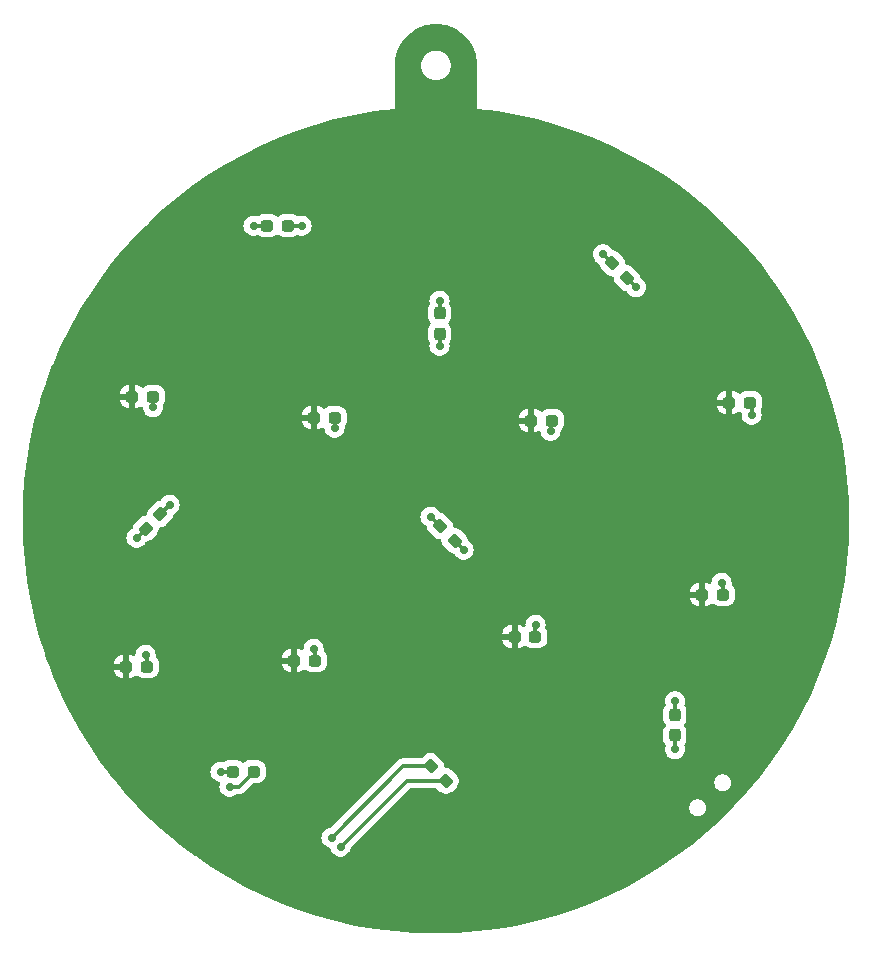
<source format=gtl>
%TF.GenerationSoftware,KiCad,Pcbnew,8.0.6*%
%TF.CreationDate,2024-11-04T22:38:12+01:00*%
%TF.ProjectId,christmas_ornament_2024,63687269-7374-46d6-9173-5f6f726e616d,1.0*%
%TF.SameCoordinates,Original*%
%TF.FileFunction,Copper,L1,Top*%
%TF.FilePolarity,Positive*%
%FSLAX46Y46*%
G04 Gerber Fmt 4.6, Leading zero omitted, Abs format (unit mm)*
G04 Created by KiCad (PCBNEW 8.0.6) date 2024-11-04 22:38:12*
%MOMM*%
%LPD*%
G01*
G04 APERTURE LIST*
G04 Aperture macros list*
%AMRoundRect*
0 Rectangle with rounded corners*
0 $1 Rounding radius*
0 $2 $3 $4 $5 $6 $7 $8 $9 X,Y pos of 4 corners*
0 Add a 4 corners polygon primitive as box body*
4,1,4,$2,$3,$4,$5,$6,$7,$8,$9,$2,$3,0*
0 Add four circle primitives for the rounded corners*
1,1,$1+$1,$2,$3*
1,1,$1+$1,$4,$5*
1,1,$1+$1,$6,$7*
1,1,$1+$1,$8,$9*
0 Add four rect primitives between the rounded corners*
20,1,$1+$1,$2,$3,$4,$5,0*
20,1,$1+$1,$4,$5,$6,$7,0*
20,1,$1+$1,$6,$7,$8,$9,0*
20,1,$1+$1,$8,$9,$2,$3,0*%
G04 Aperture macros list end*
%TA.AperFunction,SMDPad,CuDef*%
%ADD10RoundRect,0.237500X0.371231X-0.035355X-0.035355X0.371231X-0.371231X0.035355X0.035355X-0.371231X0*%
%TD*%
%TA.AperFunction,SMDPad,CuDef*%
%ADD11RoundRect,0.237500X-0.287500X-0.237500X0.287500X-0.237500X0.287500X0.237500X-0.287500X0.237500X0*%
%TD*%
%TA.AperFunction,SMDPad,CuDef*%
%ADD12RoundRect,0.237500X0.237500X-0.287500X0.237500X0.287500X-0.237500X0.287500X-0.237500X-0.287500X0*%
%TD*%
%TA.AperFunction,SMDPad,CuDef*%
%ADD13RoundRect,0.237500X-0.371231X0.035355X0.035355X-0.371231X0.371231X-0.035355X-0.035355X0.371231X0*%
%TD*%
%TA.AperFunction,SMDPad,CuDef*%
%ADD14RoundRect,0.237500X0.035355X0.371231X-0.371231X-0.035355X-0.035355X-0.371231X0.371231X0.035355X0*%
%TD*%
%TA.AperFunction,ViaPad*%
%ADD15C,0.700000*%
%TD*%
%TA.AperFunction,Conductor*%
%ADD16C,0.300000*%
%TD*%
G04 APERTURE END LIST*
D10*
X153344806Y-114598453D03*
X152107370Y-113361017D03*
D11*
X142196806Y-83864453D03*
X143946806Y-83864453D03*
X126307806Y-104946453D03*
X128057806Y-104946453D03*
D12*
X172759524Y-110760451D03*
X172759524Y-109010453D03*
D13*
X152869370Y-93041017D03*
X154106806Y-94278453D03*
D11*
X126815806Y-82086453D03*
X128565806Y-82086453D03*
X177361806Y-82594453D03*
X179111806Y-82594453D03*
X138245806Y-67608453D03*
X139995806Y-67608453D03*
D14*
X129182242Y-92025017D03*
X127944806Y-93262453D03*
D11*
X159186806Y-102406453D03*
X160936806Y-102406453D03*
X135338806Y-113836453D03*
X137088806Y-113836453D03*
D12*
X152836806Y-76752453D03*
X152836806Y-75002455D03*
D11*
X160597806Y-84118453D03*
X162347806Y-84118453D03*
X140531806Y-104438453D03*
X142281806Y-104438453D03*
X175075806Y-98850453D03*
X176825806Y-98850453D03*
D10*
X168695524Y-72037171D03*
X167458088Y-70799735D03*
D15*
X160964806Y-101390453D03*
X143692806Y-108248453D03*
X179252806Y-105962453D03*
X177474806Y-102152453D03*
X175696806Y-115614453D03*
X177982806Y-95802453D03*
X129976806Y-107740453D03*
X160202806Y-105962453D03*
X176712806Y-102152453D03*
X179252806Y-106978453D03*
X177220806Y-95802453D03*
X160202806Y-120948453D03*
X129214806Y-107740453D03*
X145216806Y-120948453D03*
X169473806Y-72815453D03*
X172775806Y-111931453D03*
X137088806Y-67608453D03*
X129976806Y-91230453D03*
X152074806Y-92246453D03*
X134294806Y-113836453D03*
X144454806Y-120186453D03*
X152836806Y-77768453D03*
X141152806Y-67608453D03*
X166679806Y-70021453D03*
X152836806Y-73958453D03*
X127182806Y-94024453D03*
X135056806Y-115106453D03*
X143692806Y-119424453D03*
X172775806Y-107867453D03*
X154868806Y-95040453D03*
X128565806Y-82989453D03*
X162234806Y-84978497D03*
X142168806Y-103422453D03*
X176712806Y-97834453D03*
X143946806Y-84715138D03*
X179252806Y-83610453D03*
X127944806Y-103930453D03*
D16*
X160964806Y-101390453D02*
X160936806Y-101418453D01*
X160936806Y-101418453D02*
X160936806Y-102406453D01*
X152869370Y-93041017D02*
X152074806Y-92246453D01*
X152836806Y-77768453D02*
X152836806Y-76752453D01*
X135338806Y-113836453D02*
X134294806Y-113836453D01*
X169473806Y-72815453D02*
X168695524Y-72037171D01*
X137088806Y-67608453D02*
X138245806Y-67608453D01*
X129182242Y-92025017D02*
X129976806Y-91230453D01*
X150042806Y-114598453D02*
X153344806Y-114598453D01*
X172759524Y-110760451D02*
X172759524Y-111915171D01*
X144454806Y-120186453D02*
X150042806Y-114598453D01*
X172759524Y-111915171D02*
X172775806Y-111931453D01*
X139995806Y-67608453D02*
X141152806Y-67608453D01*
X167458088Y-70799735D02*
X166679806Y-70021453D01*
X152836806Y-73958453D02*
X152836806Y-75002455D01*
X127944806Y-93262453D02*
X127182806Y-94024453D01*
X135818806Y-115106453D02*
X137088806Y-113836453D01*
X135056806Y-115106453D02*
X135818806Y-115106453D01*
X149756242Y-113361017D02*
X152107370Y-113361017D01*
X143692806Y-119424453D02*
X149756242Y-113361017D01*
X172759524Y-109010453D02*
X172759524Y-107883735D01*
X172759524Y-107883735D02*
X172775806Y-107867453D01*
X154868806Y-95040453D02*
X154106806Y-94278453D01*
X128565806Y-82989453D02*
X128565806Y-82086453D01*
X162234806Y-84978497D02*
X162234806Y-84231453D01*
X162234806Y-84231453D02*
X162347806Y-84118453D01*
X142281806Y-103535453D02*
X142281806Y-104438453D01*
X142168806Y-103422453D02*
X142281806Y-103535453D01*
X176825806Y-98850453D02*
X176825806Y-97947453D01*
X176825806Y-97947453D02*
X176712806Y-97834453D01*
X143946806Y-84715138D02*
X143946806Y-83864453D01*
X179252806Y-83610453D02*
X179252806Y-82594453D01*
X128057806Y-104043453D02*
X128057806Y-104946453D01*
X127944806Y-103930453D02*
X128057806Y-104043453D01*
%TA.AperFunction,Conductor*%
G36*
X152749282Y-50534212D02*
G01*
X152757277Y-50534730D01*
X152975048Y-50555935D01*
X152982971Y-50556966D01*
X153199312Y-50592304D01*
X153207222Y-50593861D01*
X153421444Y-50643337D01*
X153429216Y-50645402D01*
X153640610Y-50709018D01*
X153648291Y-50711609D01*
X153856099Y-50789349D01*
X153863632Y-50792454D01*
X154067188Y-50884332D01*
X154074558Y-50887957D01*
X154273181Y-50993991D01*
X154280300Y-50998101D01*
X154471418Y-51117083D01*
X154478249Y-51121657D01*
X154659601Y-51252004D01*
X154666064Y-51256981D01*
X154837290Y-51398076D01*
X154843392Y-51403450D01*
X155004137Y-51554672D01*
X155009853Y-51560413D01*
X155159798Y-51721182D01*
X155165104Y-51727256D01*
X155303855Y-51896914D01*
X155308741Y-51903300D01*
X155435974Y-52081272D01*
X155440427Y-52087947D01*
X155555775Y-52273602D01*
X155559785Y-52280547D01*
X155662898Y-52473280D01*
X155666452Y-52480474D01*
X155756958Y-52679635D01*
X155760046Y-52687059D01*
X155837609Y-52892076D01*
X155840216Y-52899709D01*
X155904469Y-53109933D01*
X155906582Y-53117753D01*
X155957171Y-53332570D01*
X155958776Y-53340551D01*
X155995352Y-53559369D01*
X155996434Y-53567481D01*
X156018640Y-53789685D01*
X156019186Y-53797895D01*
X156026736Y-54024939D01*
X156026805Y-54029061D01*
X156026779Y-57702410D01*
X156026779Y-57702411D01*
X157749211Y-57918166D01*
X157755185Y-57919063D01*
X159445172Y-58215341D01*
X159451072Y-58216524D01*
X161109796Y-58591569D01*
X161115645Y-58593042D01*
X162741243Y-59044711D01*
X162746985Y-59046457D01*
X164337740Y-59572649D01*
X164343304Y-59574640D01*
X165897294Y-60173197D01*
X165902787Y-60175466D01*
X167418198Y-60844259D01*
X167423520Y-60846761D01*
X168898561Y-61583679D01*
X168903723Y-61586412D01*
X170336549Y-62389320D01*
X170341564Y-62392288D01*
X171730321Y-63259043D01*
X171735180Y-63262237D01*
X173078029Y-64190702D01*
X173082688Y-64194086D01*
X173854787Y-64783123D01*
X174377848Y-65182169D01*
X174382358Y-65185779D01*
X174890296Y-65612135D01*
X175627948Y-66231311D01*
X175632242Y-66235089D01*
X176744726Y-67260623D01*
X176826445Y-67335955D01*
X176830579Y-67339947D01*
X177971540Y-68493996D01*
X177975479Y-68498169D01*
X178052776Y-68583952D01*
X179034650Y-69673617D01*
X179061394Y-69703296D01*
X179065126Y-69707637D01*
X179199892Y-69871875D01*
X180094121Y-70961667D01*
X180097658Y-70966186D01*
X180618316Y-71664226D01*
X181067956Y-72267055D01*
X181071264Y-72271711D01*
X181318677Y-72637645D01*
X181980986Y-73617229D01*
X181984100Y-73622074D01*
X182831401Y-75010085D01*
X182834296Y-75015084D01*
X183617387Y-76443531D01*
X183620055Y-76448680D01*
X184337075Y-77915375D01*
X184339509Y-77920666D01*
X184988628Y-79423485D01*
X184990821Y-79428911D01*
X185570211Y-80965728D01*
X185572155Y-80971280D01*
X186079985Y-82539968D01*
X186081672Y-82545637D01*
X186516109Y-84144061D01*
X186517531Y-84149835D01*
X186876749Y-85775892D01*
X186877897Y-85781757D01*
X187160057Y-87433288D01*
X187160925Y-87439231D01*
X187364197Y-89114128D01*
X187364778Y-89120132D01*
X187487329Y-90816295D01*
X187487617Y-90822341D01*
X187527610Y-92537595D01*
X187527603Y-92543662D01*
X187483201Y-94275933D01*
X187482898Y-94281989D01*
X187353868Y-96010046D01*
X187353268Y-96016084D01*
X187141970Y-97718756D01*
X187141078Y-97724743D01*
X186849548Y-99400128D01*
X186848370Y-99406043D01*
X186478644Y-101052238D01*
X186477186Y-101058064D01*
X186031309Y-102673096D01*
X186029580Y-102678818D01*
X185509583Y-104260786D01*
X185507592Y-104266389D01*
X184915496Y-105813398D01*
X184913250Y-105818870D01*
X184251122Y-107328901D01*
X184248633Y-107334231D01*
X183518473Y-108805435D01*
X183515748Y-108810614D01*
X182719622Y-110240990D01*
X182716671Y-110246011D01*
X181856597Y-111633656D01*
X181853428Y-111638512D01*
X180931438Y-112981493D01*
X180928058Y-112986178D01*
X179946206Y-114282530D01*
X179942623Y-114287039D01*
X178902941Y-115534834D01*
X178899161Y-115539163D01*
X177803670Y-116736476D01*
X177799699Y-116740619D01*
X176650464Y-117885486D01*
X176646308Y-117889439D01*
X175445354Y-118979934D01*
X175441017Y-118983693D01*
X174190374Y-120017881D01*
X174185862Y-120021439D01*
X172887592Y-120997367D01*
X172882909Y-121000720D01*
X171539030Y-121916463D01*
X171534181Y-121919604D01*
X170146768Y-122773201D01*
X170141760Y-122776124D01*
X168712780Y-123565681D01*
X168707617Y-123568377D01*
X167239185Y-124291913D01*
X167233876Y-124294375D01*
X165727976Y-124949983D01*
X165722528Y-124952202D01*
X164181248Y-125537920D01*
X164175671Y-125539889D01*
X162600985Y-126053808D01*
X162595289Y-126055517D01*
X160989254Y-126495689D01*
X160983453Y-126497129D01*
X159348141Y-126861609D01*
X159342249Y-126862773D01*
X157679596Y-127149645D01*
X157673629Y-127150526D01*
X155985760Y-127357833D01*
X155979737Y-127358424D01*
X154268624Y-127484238D01*
X154262563Y-127484535D01*
X152530225Y-127526910D01*
X152524162Y-127526910D01*
X150820139Y-127485247D01*
X150791822Y-127484554D01*
X150785764Y-127484258D01*
X150700052Y-127477956D01*
X149074652Y-127358464D01*
X149068628Y-127357873D01*
X147380756Y-127150585D01*
X147374789Y-127149705D01*
X145712152Y-126862856D01*
X145706260Y-126861692D01*
X144070905Y-126497221D01*
X144065104Y-126495780D01*
X142459085Y-126055632D01*
X142453389Y-126053923D01*
X140878715Y-125540029D01*
X140873138Y-125538061D01*
X139331816Y-124952347D01*
X139326368Y-124950127D01*
X137820478Y-124294544D01*
X137815169Y-124292082D01*
X136346730Y-123568562D01*
X136341567Y-123565866D01*
X134912594Y-122776335D01*
X134907586Y-122773413D01*
X133520147Y-121919822D01*
X133515298Y-121916681D01*
X132171409Y-121000953D01*
X132166726Y-120997600D01*
X130868446Y-120021689D01*
X130863934Y-120018131D01*
X130145984Y-119424453D01*
X142837621Y-119424453D01*
X142856309Y-119602258D01*
X142856310Y-119602260D01*
X142911553Y-119772282D01*
X142911556Y-119772288D01*
X143000947Y-119927118D01*
X143042618Y-119973399D01*
X143120570Y-120059974D01*
X143120573Y-120059976D01*
X143120576Y-120059979D01*
X143265213Y-120165065D01*
X143428539Y-120237782D01*
X143428541Y-120237782D01*
X143428542Y-120237783D01*
X143485177Y-120249820D01*
X143520925Y-120257419D01*
X143582407Y-120290611D01*
X143616184Y-120351774D01*
X143617934Y-120362494D01*
X143618309Y-120364257D01*
X143673553Y-120534282D01*
X143673556Y-120534288D01*
X143762947Y-120689118D01*
X143804618Y-120735399D01*
X143882570Y-120821974D01*
X143882573Y-120821976D01*
X143882576Y-120821979D01*
X144027213Y-120927065D01*
X144190539Y-120999782D01*
X144365415Y-121036953D01*
X144365416Y-121036953D01*
X144544195Y-121036953D01*
X144544197Y-121036953D01*
X144719073Y-120999782D01*
X144882399Y-120927065D01*
X145027036Y-120821979D01*
X145146665Y-120689118D01*
X145236056Y-120534288D01*
X145291303Y-120364256D01*
X145297794Y-120302489D01*
X145324377Y-120237876D01*
X145333425Y-120227778D01*
X148607756Y-116953448D01*
X173980305Y-116953448D01*
X174007224Y-117088775D01*
X174007227Y-117088785D01*
X174060027Y-117216257D01*
X174060034Y-117216270D01*
X174136691Y-117330994D01*
X174136694Y-117330998D01*
X174234260Y-117428564D01*
X174234264Y-117428567D01*
X174348988Y-117505224D01*
X174349001Y-117505231D01*
X174476473Y-117558031D01*
X174476478Y-117558033D01*
X174476482Y-117558033D01*
X174476483Y-117558034D01*
X174611810Y-117584953D01*
X174611813Y-117584953D01*
X174749801Y-117584953D01*
X174840847Y-117566842D01*
X174885134Y-117558033D01*
X175012617Y-117505228D01*
X175127348Y-117428567D01*
X175224920Y-117330995D01*
X175301581Y-117216264D01*
X175354386Y-117088781D01*
X175381306Y-116953446D01*
X175381306Y-116815460D01*
X175381306Y-116815457D01*
X175354387Y-116680130D01*
X175354386Y-116680129D01*
X175354386Y-116680125D01*
X175354384Y-116680120D01*
X175301584Y-116552648D01*
X175301577Y-116552635D01*
X175224920Y-116437911D01*
X175224917Y-116437907D01*
X175127351Y-116340341D01*
X175127347Y-116340338D01*
X175012623Y-116263681D01*
X175012610Y-116263674D01*
X174885138Y-116210874D01*
X174885128Y-116210871D01*
X174749801Y-116183953D01*
X174749799Y-116183953D01*
X174611813Y-116183953D01*
X174611811Y-116183953D01*
X174476483Y-116210871D01*
X174476473Y-116210874D01*
X174349001Y-116263674D01*
X174348988Y-116263681D01*
X174234264Y-116340338D01*
X174234260Y-116340341D01*
X174136694Y-116437907D01*
X174136691Y-116437911D01*
X174060034Y-116552635D01*
X174060027Y-116552648D01*
X174007227Y-116680120D01*
X174007224Y-116680130D01*
X173980306Y-116815457D01*
X173980306Y-116815460D01*
X173980306Y-116953446D01*
X173980306Y-116953448D01*
X173980305Y-116953448D01*
X148607756Y-116953448D01*
X150275933Y-115285272D01*
X150337256Y-115251787D01*
X150363614Y-115248953D01*
X152564379Y-115248953D01*
X152631418Y-115268638D01*
X152652060Y-115285272D01*
X152893090Y-115526301D01*
X152893098Y-115526307D01*
X152893103Y-115526312D01*
X152971854Y-115590466D01*
X152971859Y-115590469D01*
X152971863Y-115590472D01*
X153126031Y-115667897D01*
X153126035Y-115667899D01*
X153293900Y-115707684D01*
X153293901Y-115707684D01*
X153466418Y-115707684D01*
X153466421Y-115707684D01*
X153634290Y-115667898D01*
X153788460Y-115590472D01*
X153867233Y-115526302D01*
X154272654Y-115120880D01*
X154300837Y-115086283D01*
X154336819Y-115042115D01*
X154336820Y-115042112D01*
X154336825Y-115042107D01*
X154414251Y-114887937D01*
X154427478Y-114832128D01*
X176101625Y-114832128D01*
X176128544Y-114967455D01*
X176128547Y-114967465D01*
X176181347Y-115094937D01*
X176181354Y-115094950D01*
X176258011Y-115209674D01*
X176258014Y-115209678D01*
X176355580Y-115307244D01*
X176355584Y-115307247D01*
X176470308Y-115383904D01*
X176470321Y-115383911D01*
X176597793Y-115436711D01*
X176597798Y-115436713D01*
X176597802Y-115436713D01*
X176597803Y-115436714D01*
X176733130Y-115463633D01*
X176733133Y-115463633D01*
X176871121Y-115463633D01*
X176962167Y-115445522D01*
X177006454Y-115436713D01*
X177133937Y-115383908D01*
X177248668Y-115307247D01*
X177346240Y-115209675D01*
X177422901Y-115094944D01*
X177475706Y-114967461D01*
X177491524Y-114887938D01*
X177502626Y-114832128D01*
X177502626Y-114694137D01*
X177475707Y-114558810D01*
X177475706Y-114558809D01*
X177475706Y-114558805D01*
X177471042Y-114547546D01*
X177422904Y-114431328D01*
X177422897Y-114431315D01*
X177346240Y-114316591D01*
X177346237Y-114316587D01*
X177248671Y-114219021D01*
X177248667Y-114219018D01*
X177133943Y-114142361D01*
X177133930Y-114142354D01*
X177006458Y-114089554D01*
X177006448Y-114089551D01*
X176871121Y-114062633D01*
X176871119Y-114062633D01*
X176733133Y-114062633D01*
X176733131Y-114062633D01*
X176597803Y-114089551D01*
X176597793Y-114089554D01*
X176470321Y-114142354D01*
X176470308Y-114142361D01*
X176355584Y-114219018D01*
X176355580Y-114219021D01*
X176258014Y-114316587D01*
X176258011Y-114316591D01*
X176181354Y-114431315D01*
X176181347Y-114431328D01*
X176128547Y-114558800D01*
X176128544Y-114558810D01*
X176101626Y-114694137D01*
X176101626Y-114694140D01*
X176101626Y-114832126D01*
X176101626Y-114832128D01*
X176101625Y-114832128D01*
X154427478Y-114832128D01*
X154454037Y-114720068D01*
X154454037Y-114547548D01*
X154451017Y-114534804D01*
X154414252Y-114379682D01*
X154382565Y-114316587D01*
X154336825Y-114225510D01*
X154272655Y-114146737D01*
X153796522Y-113670605D01*
X153796514Y-113670598D01*
X153796508Y-113670593D01*
X153717757Y-113606439D01*
X153717750Y-113606435D01*
X153717749Y-113606434D01*
X153604946Y-113549783D01*
X153563576Y-113529006D01*
X153395712Y-113489222D01*
X153395711Y-113489222D01*
X153340601Y-113489222D01*
X153273562Y-113469537D01*
X153227807Y-113416733D01*
X153216601Y-113365222D01*
X153216601Y-113310110D01*
X153176816Y-113142246D01*
X153153510Y-113095840D01*
X153099389Y-112988074D01*
X153048455Y-112925549D01*
X153035230Y-112909314D01*
X153035217Y-112909299D01*
X152559093Y-112433176D01*
X152559086Y-112433169D01*
X152559078Y-112433162D01*
X152559072Y-112433157D01*
X152480321Y-112369003D01*
X152480314Y-112368999D01*
X152480313Y-112368998D01*
X152402882Y-112330111D01*
X152326140Y-112291570D01*
X152158276Y-112251786D01*
X152158275Y-112251786D01*
X151985755Y-112251786D01*
X151885033Y-112275657D01*
X151817884Y-112291572D01*
X151663714Y-112368999D01*
X151584956Y-112433156D01*
X151584941Y-112433169D01*
X151343914Y-112674198D01*
X151282591Y-112707683D01*
X151256233Y-112710517D01*
X149692171Y-112710517D01*
X149566503Y-112735514D01*
X149566497Y-112735516D01*
X149448112Y-112784552D01*
X149341573Y-112855739D01*
X149341566Y-112855745D01*
X143654715Y-118542597D01*
X143593392Y-118576082D01*
X143592815Y-118576206D01*
X143428539Y-118611123D01*
X143428534Y-118611125D01*
X143265214Y-118683840D01*
X143120574Y-118788928D01*
X143000946Y-118921789D01*
X142911556Y-119076617D01*
X142911553Y-119076623D01*
X142856310Y-119246645D01*
X142856309Y-119246647D01*
X142837621Y-119424453D01*
X130145984Y-119424453D01*
X129725337Y-119076617D01*
X129613278Y-118983954D01*
X129608942Y-118980196D01*
X129608653Y-118979934D01*
X129282560Y-118683840D01*
X128407976Y-117889715D01*
X128403820Y-117885762D01*
X127254572Y-116740909D01*
X127250601Y-116736766D01*
X126286354Y-115682919D01*
X126155093Y-115539460D01*
X126151317Y-115535136D01*
X126151065Y-115534834D01*
X125231584Y-114431328D01*
X125111620Y-114287354D01*
X125108037Y-114282845D01*
X124961634Y-114089551D01*
X124769934Y-113836453D01*
X133439621Y-113836453D01*
X133458309Y-114014258D01*
X133458310Y-114014260D01*
X133513553Y-114184282D01*
X133513556Y-114184288D01*
X133602947Y-114339118D01*
X133639469Y-114379680D01*
X133722570Y-114471974D01*
X133722573Y-114471976D01*
X133722576Y-114471979D01*
X133867213Y-114577065D01*
X134030539Y-114649782D01*
X134030541Y-114649782D01*
X134030542Y-114649783D01*
X134063523Y-114656793D01*
X134158099Y-114676895D01*
X134219580Y-114710087D01*
X134253357Y-114771250D01*
X134250249Y-114836503D01*
X134220310Y-114928645D01*
X134220309Y-114928647D01*
X134201621Y-115106453D01*
X134220309Y-115284258D01*
X134220310Y-115284260D01*
X134275553Y-115454282D01*
X134275556Y-115454288D01*
X134364947Y-115609118D01*
X134406618Y-115655399D01*
X134484570Y-115741974D01*
X134484573Y-115741976D01*
X134484576Y-115741979D01*
X134629213Y-115847065D01*
X134792539Y-115919782D01*
X134967415Y-115956953D01*
X134967416Y-115956953D01*
X135146195Y-115956953D01*
X135146197Y-115956953D01*
X135321073Y-115919782D01*
X135484399Y-115847065D01*
X135575831Y-115780635D01*
X135641637Y-115757155D01*
X135648717Y-115756953D01*
X135882877Y-115756953D01*
X135967421Y-115740135D01*
X136008550Y-115731954D01*
X136126933Y-115682918D01*
X136149411Y-115667899D01*
X136149412Y-115667899D01*
X136212316Y-115625867D01*
X136233475Y-115611730D01*
X136996932Y-114848270D01*
X137058255Y-114814786D01*
X137084613Y-114811952D01*
X137425476Y-114811952D01*
X137425482Y-114811952D01*
X137526559Y-114801627D01*
X137690322Y-114747361D01*
X137837156Y-114656793D01*
X137959146Y-114534803D01*
X138049714Y-114387969D01*
X138103980Y-114224206D01*
X138114306Y-114123130D01*
X138114305Y-113549777D01*
X138112183Y-113529008D01*
X138103980Y-113448700D01*
X138093387Y-113416733D01*
X138049714Y-113284937D01*
X137959146Y-113138103D01*
X137837156Y-113016113D01*
X137745935Y-112959848D01*
X137690324Y-112925546D01*
X137690319Y-112925544D01*
X137641295Y-112909299D01*
X137526559Y-112871279D01*
X137526557Y-112871278D01*
X137425484Y-112860953D01*
X136752136Y-112860953D01*
X136752118Y-112860954D01*
X136651053Y-112871278D01*
X136487290Y-112925545D01*
X136487287Y-112925546D01*
X136340454Y-113016114D01*
X136301487Y-113055082D01*
X136240164Y-113088567D01*
X136170472Y-113083583D01*
X136126125Y-113055082D01*
X136087157Y-113016114D01*
X136087156Y-113016113D01*
X135995935Y-112959848D01*
X135940324Y-112925546D01*
X135940319Y-112925544D01*
X135891295Y-112909299D01*
X135776559Y-112871279D01*
X135776557Y-112871278D01*
X135675484Y-112860953D01*
X135002136Y-112860953D01*
X135002118Y-112860954D01*
X134901053Y-112871278D01*
X134737290Y-112925545D01*
X134737283Y-112925549D01*
X134616241Y-113000207D01*
X134548848Y-113018647D01*
X134525365Y-113015959D01*
X134507764Y-113012217D01*
X134384197Y-112985953D01*
X134205415Y-112985953D01*
X134174760Y-112992468D01*
X134030539Y-113023123D01*
X134030534Y-113023125D01*
X133867214Y-113095840D01*
X133722574Y-113200928D01*
X133602946Y-113333789D01*
X133513556Y-113488617D01*
X133513553Y-113488623D01*
X133458310Y-113658645D01*
X133458309Y-113658647D01*
X133439621Y-113836453D01*
X124769934Y-113836453D01*
X124126163Y-112986494D01*
X124122791Y-112981819D01*
X124122567Y-112981493D01*
X123200778Y-111638837D01*
X123197617Y-111633993D01*
X123197408Y-111633656D01*
X122337523Y-110246350D01*
X122334576Y-110241336D01*
X122334383Y-110240990D01*
X121538431Y-108810965D01*
X121535709Y-108805791D01*
X121535532Y-108805435D01*
X121470184Y-108673768D01*
X171784024Y-108673768D01*
X171784024Y-109347122D01*
X171784025Y-109347140D01*
X171794349Y-109448205D01*
X171848616Y-109611968D01*
X171848617Y-109611971D01*
X171939185Y-109758804D01*
X171978152Y-109797772D01*
X172011637Y-109859095D01*
X172006651Y-109928787D01*
X171978152Y-109973132D01*
X171939185Y-110012099D01*
X171848617Y-110158932D01*
X171848616Y-110158935D01*
X171794350Y-110322698D01*
X171794350Y-110322699D01*
X171794349Y-110322699D01*
X171784024Y-110423766D01*
X171784024Y-111097120D01*
X171784025Y-111097138D01*
X171794349Y-111198203D01*
X171848616Y-111361966D01*
X171848617Y-111361969D01*
X171939185Y-111508802D01*
X171945593Y-111515210D01*
X171979078Y-111576533D01*
X171975843Y-111641209D01*
X171939310Y-111753645D01*
X171939309Y-111753647D01*
X171920621Y-111931453D01*
X171939309Y-112109258D01*
X171939310Y-112109260D01*
X171994553Y-112279282D01*
X171994556Y-112279288D01*
X172083947Y-112434118D01*
X172125618Y-112480399D01*
X172203570Y-112566974D01*
X172203573Y-112566976D01*
X172203576Y-112566979D01*
X172348213Y-112672065D01*
X172511539Y-112744782D01*
X172686415Y-112781953D01*
X172686416Y-112781953D01*
X172865195Y-112781953D01*
X172865197Y-112781953D01*
X173040073Y-112744782D01*
X173203399Y-112672065D01*
X173348036Y-112566979D01*
X173467665Y-112434118D01*
X173557056Y-112279288D01*
X173612303Y-112109256D01*
X173630991Y-111931453D01*
X173612303Y-111753650D01*
X173566734Y-111613406D01*
X173564740Y-111543567D01*
X173579128Y-111509993D01*
X173579862Y-111508802D01*
X173579864Y-111508801D01*
X173670432Y-111361967D01*
X173724698Y-111198204D01*
X173735024Y-111097128D01*
X173735023Y-110423775D01*
X173724698Y-110322698D01*
X173670432Y-110158935D01*
X173579864Y-110012101D01*
X173540895Y-109973132D01*
X173507411Y-109911810D01*
X173512395Y-109842118D01*
X173540896Y-109797771D01*
X173579864Y-109758803D01*
X173670432Y-109611969D01*
X173724698Y-109448206D01*
X173735024Y-109347130D01*
X173735023Y-108673777D01*
X173724698Y-108572700D01*
X173670432Y-108408937D01*
X173670428Y-108408931D01*
X173670427Y-108408928D01*
X173585087Y-108270571D01*
X173566646Y-108203179D01*
X173572692Y-108167164D01*
X173612303Y-108045256D01*
X173630991Y-107867453D01*
X173612303Y-107689650D01*
X173557056Y-107519618D01*
X173467665Y-107364788D01*
X173420809Y-107312749D01*
X173348041Y-107231931D01*
X173348038Y-107231929D01*
X173348037Y-107231928D01*
X173348036Y-107231927D01*
X173203399Y-107126841D01*
X173040073Y-107054124D01*
X173040071Y-107054123D01*
X172912400Y-107026986D01*
X172865197Y-107016953D01*
X172686415Y-107016953D01*
X172655760Y-107023468D01*
X172511539Y-107054123D01*
X172511534Y-107054125D01*
X172348214Y-107126840D01*
X172203574Y-107231928D01*
X172083946Y-107364789D01*
X171994556Y-107519617D01*
X171994553Y-107519623D01*
X171939310Y-107689645D01*
X171939309Y-107689647D01*
X171920621Y-107867453D01*
X171939309Y-108045258D01*
X171939311Y-108045263D01*
X171968975Y-108136562D01*
X171970970Y-108206403D01*
X171942689Y-108255663D01*
X171943665Y-108256435D01*
X171939187Y-108262097D01*
X171848617Y-108408934D01*
X171848616Y-108408937D01*
X171794350Y-108572700D01*
X171794350Y-108572701D01*
X171794349Y-108572701D01*
X171784024Y-108673768D01*
X121470184Y-108673768D01*
X120805536Y-107334602D01*
X120803051Y-107329282D01*
X120760362Y-107231929D01*
X120140885Y-105819209D01*
X120138646Y-105813751D01*
X120120672Y-105766791D01*
X119916405Y-105233107D01*
X125282807Y-105233107D01*
X125293125Y-105334105D01*
X125347352Y-105497753D01*
X125347357Y-105497764D01*
X125437858Y-105644487D01*
X125437861Y-105644491D01*
X125559767Y-105766397D01*
X125559771Y-105766400D01*
X125706494Y-105856901D01*
X125706505Y-105856906D01*
X125870153Y-105911133D01*
X125971157Y-105921452D01*
X126057806Y-105921451D01*
X126057806Y-105196453D01*
X125282807Y-105196453D01*
X125282807Y-105233107D01*
X119916405Y-105233107D01*
X119760626Y-104826105D01*
X119696972Y-104659798D01*
X125282806Y-104659798D01*
X125282806Y-104696453D01*
X126057806Y-104696453D01*
X126057806Y-103971453D01*
X126557806Y-103971453D01*
X126557806Y-105921452D01*
X126644446Y-105921452D01*
X126644460Y-105921451D01*
X126745458Y-105911133D01*
X126909106Y-105856906D01*
X126909117Y-105856901D01*
X127055840Y-105766400D01*
X127055843Y-105766398D01*
X127094770Y-105727471D01*
X127156093Y-105693985D01*
X127225784Y-105698969D01*
X127270133Y-105727470D01*
X127309456Y-105766793D01*
X127456290Y-105857361D01*
X127620053Y-105911627D01*
X127721129Y-105921953D01*
X128394482Y-105921952D01*
X128394490Y-105921951D01*
X128394493Y-105921951D01*
X128449836Y-105916297D01*
X128495559Y-105911627D01*
X128659322Y-105857361D01*
X128806156Y-105766793D01*
X128928146Y-105644803D01*
X129018714Y-105497969D01*
X129072980Y-105334206D01*
X129083306Y-105233130D01*
X129083305Y-104725107D01*
X139506807Y-104725107D01*
X139517125Y-104826105D01*
X139571352Y-104989753D01*
X139571357Y-104989764D01*
X139661858Y-105136487D01*
X139661861Y-105136491D01*
X139783767Y-105258397D01*
X139783771Y-105258400D01*
X139930494Y-105348901D01*
X139930505Y-105348906D01*
X140094153Y-105403133D01*
X140195157Y-105413452D01*
X140281806Y-105413451D01*
X140281806Y-104688453D01*
X139506807Y-104688453D01*
X139506807Y-104725107D01*
X129083305Y-104725107D01*
X129083305Y-104659777D01*
X129072980Y-104558700D01*
X129018714Y-104394937D01*
X128928146Y-104248103D01*
X128831841Y-104151798D01*
X139506806Y-104151798D01*
X139506806Y-104188453D01*
X140281806Y-104188453D01*
X140281806Y-103463453D01*
X140781806Y-103463453D01*
X140781806Y-105413452D01*
X140868446Y-105413452D01*
X140868460Y-105413451D01*
X140969458Y-105403133D01*
X141133106Y-105348906D01*
X141133117Y-105348901D01*
X141279840Y-105258400D01*
X141279843Y-105258398D01*
X141318770Y-105219471D01*
X141380093Y-105185985D01*
X141449784Y-105190969D01*
X141494133Y-105219470D01*
X141533456Y-105258793D01*
X141680290Y-105349361D01*
X141844053Y-105403627D01*
X141945129Y-105413953D01*
X142618482Y-105413952D01*
X142618490Y-105413951D01*
X142618493Y-105413951D01*
X142673836Y-105408297D01*
X142719559Y-105403627D01*
X142883322Y-105349361D01*
X143030156Y-105258793D01*
X143152146Y-105136803D01*
X143242714Y-104989969D01*
X143296980Y-104826206D01*
X143307306Y-104725130D01*
X143307305Y-104151777D01*
X143304723Y-104126505D01*
X143296980Y-104050700D01*
X143292110Y-104036004D01*
X143242714Y-103886937D01*
X143152146Y-103740103D01*
X143047790Y-103635747D01*
X143014305Y-103574424D01*
X143012150Y-103535109D01*
X143023991Y-103422453D01*
X143005303Y-103244650D01*
X142975844Y-103153985D01*
X142950058Y-103074623D01*
X142950055Y-103074617D01*
X142860665Y-102919788D01*
X142813809Y-102867749D01*
X142741041Y-102786931D01*
X142741038Y-102786929D01*
X142741037Y-102786928D01*
X142741036Y-102786927D01*
X142611905Y-102693107D01*
X158161807Y-102693107D01*
X158172125Y-102794105D01*
X158226352Y-102957753D01*
X158226357Y-102957764D01*
X158316858Y-103104487D01*
X158316861Y-103104491D01*
X158438767Y-103226397D01*
X158438771Y-103226400D01*
X158585494Y-103316901D01*
X158585505Y-103316906D01*
X158749153Y-103371133D01*
X158850157Y-103381452D01*
X158936806Y-103381451D01*
X158936806Y-102656453D01*
X158161807Y-102656453D01*
X158161807Y-102693107D01*
X142611905Y-102693107D01*
X142596399Y-102681841D01*
X142433073Y-102609124D01*
X142433071Y-102609123D01*
X142305400Y-102581986D01*
X142258197Y-102571953D01*
X142079415Y-102571953D01*
X142048760Y-102578468D01*
X141904539Y-102609123D01*
X141904534Y-102609125D01*
X141741214Y-102681840D01*
X141596574Y-102786928D01*
X141476946Y-102919789D01*
X141387556Y-103074617D01*
X141387553Y-103074623D01*
X141332310Y-103244645D01*
X141332309Y-103244647D01*
X141324667Y-103317359D01*
X141317931Y-103381452D01*
X141312942Y-103428916D01*
X141310358Y-103428644D01*
X141293936Y-103484572D01*
X141241132Y-103530327D01*
X141171974Y-103540271D01*
X141137221Y-103529917D01*
X141133114Y-103528002D01*
X140969458Y-103473772D01*
X140868460Y-103463453D01*
X140781806Y-103463453D01*
X140281806Y-103463453D01*
X140281805Y-103463452D01*
X140195166Y-103463453D01*
X140195149Y-103463454D01*
X140094153Y-103473772D01*
X139930505Y-103527999D01*
X139930494Y-103528004D01*
X139783771Y-103618505D01*
X139783767Y-103618508D01*
X139661861Y-103740414D01*
X139661858Y-103740418D01*
X139571357Y-103887141D01*
X139571352Y-103887152D01*
X139517125Y-104050800D01*
X139506806Y-104151798D01*
X128831841Y-104151798D01*
X128823790Y-104143747D01*
X128790305Y-104082424D01*
X128788150Y-104043109D01*
X128799991Y-103930453D01*
X128781303Y-103752650D01*
X128743319Y-103635747D01*
X128726058Y-103582623D01*
X128726055Y-103582617D01*
X128701607Y-103540271D01*
X128636665Y-103427788D01*
X128586096Y-103371626D01*
X128517041Y-103294931D01*
X128517038Y-103294929D01*
X128517037Y-103294928D01*
X128517036Y-103294927D01*
X128372399Y-103189841D01*
X128209073Y-103117124D01*
X128209071Y-103117123D01*
X128081400Y-103089986D01*
X128034197Y-103079953D01*
X127855415Y-103079953D01*
X127824760Y-103086468D01*
X127680539Y-103117123D01*
X127680534Y-103117125D01*
X127517214Y-103189840D01*
X127372574Y-103294928D01*
X127252946Y-103427789D01*
X127163556Y-103582617D01*
X127163553Y-103582623D01*
X127108310Y-103752645D01*
X127108309Y-103752647D01*
X127088942Y-103936916D01*
X127086358Y-103936644D01*
X127069936Y-103992572D01*
X127017132Y-104038327D01*
X126947974Y-104048271D01*
X126913221Y-104037917D01*
X126909114Y-104036002D01*
X126745458Y-103981772D01*
X126644460Y-103971453D01*
X126557806Y-103971453D01*
X126057806Y-103971453D01*
X126057805Y-103971452D01*
X125971166Y-103971453D01*
X125971149Y-103971454D01*
X125870153Y-103981772D01*
X125706505Y-104035999D01*
X125706494Y-104036004D01*
X125559771Y-104126505D01*
X125559767Y-104126508D01*
X125437861Y-104248414D01*
X125437858Y-104248418D01*
X125347357Y-104395141D01*
X125347352Y-104395152D01*
X125293125Y-104558800D01*
X125282806Y-104659798D01*
X119696972Y-104659798D01*
X119546547Y-104266785D01*
X119544555Y-104261182D01*
X119305882Y-103535104D01*
X119024528Y-102679186D01*
X119022812Y-102673508D01*
X118869937Y-102119798D01*
X158161806Y-102119798D01*
X158161806Y-102156453D01*
X158936806Y-102156453D01*
X158936806Y-101431453D01*
X159436806Y-101431453D01*
X159436806Y-103381452D01*
X159523446Y-103381452D01*
X159523460Y-103381451D01*
X159624458Y-103371133D01*
X159788106Y-103316906D01*
X159788117Y-103316901D01*
X159934840Y-103226400D01*
X159934843Y-103226398D01*
X159973770Y-103187471D01*
X160035093Y-103153985D01*
X160104784Y-103158969D01*
X160149133Y-103187470D01*
X160188456Y-103226793D01*
X160335290Y-103317361D01*
X160499053Y-103371627D01*
X160600129Y-103381953D01*
X161273482Y-103381952D01*
X161273490Y-103381951D01*
X161273493Y-103381951D01*
X161328836Y-103376297D01*
X161374559Y-103371627D01*
X161538322Y-103317361D01*
X161685156Y-103226793D01*
X161807146Y-103104803D01*
X161897714Y-102957969D01*
X161951980Y-102794206D01*
X161962306Y-102693130D01*
X161962305Y-102119777D01*
X161951980Y-102018700D01*
X161897714Y-101854937D01*
X161897710Y-101854931D01*
X161897709Y-101854928D01*
X161803682Y-101702487D01*
X161785241Y-101635095D01*
X161791288Y-101599077D01*
X161801303Y-101568256D01*
X161819991Y-101390453D01*
X161801303Y-101212650D01*
X161751075Y-101058064D01*
X161746058Y-101042623D01*
X161746055Y-101042617D01*
X161656665Y-100887788D01*
X161609809Y-100835749D01*
X161537041Y-100754931D01*
X161537038Y-100754929D01*
X161537037Y-100754928D01*
X161537036Y-100754927D01*
X161392399Y-100649841D01*
X161229073Y-100577124D01*
X161229071Y-100577123D01*
X161101400Y-100549986D01*
X161054197Y-100539953D01*
X160875415Y-100539953D01*
X160844760Y-100546468D01*
X160700539Y-100577123D01*
X160700534Y-100577125D01*
X160537214Y-100649840D01*
X160392574Y-100754928D01*
X160272946Y-100887789D01*
X160183556Y-101042617D01*
X160183553Y-101042623D01*
X160128310Y-101212645D01*
X160128309Y-101212647D01*
X160128309Y-101212650D01*
X160109621Y-101390453D01*
X160113930Y-101431454D01*
X160117392Y-101464386D01*
X160104823Y-101533116D01*
X160057091Y-101584140D01*
X159989350Y-101601258D01*
X159928974Y-101582887D01*
X159788111Y-101496001D01*
X159788106Y-101495999D01*
X159624458Y-101441772D01*
X159523460Y-101431453D01*
X159436806Y-101431453D01*
X158936806Y-101431453D01*
X158936805Y-101431452D01*
X158850166Y-101431453D01*
X158850149Y-101431454D01*
X158749153Y-101441772D01*
X158585505Y-101495999D01*
X158585494Y-101496004D01*
X158438771Y-101586505D01*
X158438767Y-101586508D01*
X158316861Y-101708414D01*
X158316858Y-101708418D01*
X158226357Y-101855141D01*
X158226352Y-101855152D01*
X158172125Y-102018800D01*
X158161806Y-102119798D01*
X118869937Y-102119798D01*
X118576906Y-101058443D01*
X118575450Y-101052621D01*
X118573204Y-101042623D01*
X118205706Y-99406431D01*
X118204529Y-99400521D01*
X118176283Y-99238204D01*
X118158690Y-99137107D01*
X174050807Y-99137107D01*
X174061125Y-99238105D01*
X174115352Y-99401753D01*
X174115357Y-99401764D01*
X174205858Y-99548487D01*
X174205861Y-99548491D01*
X174327767Y-99670397D01*
X174327771Y-99670400D01*
X174474494Y-99760901D01*
X174474505Y-99760906D01*
X174638153Y-99815133D01*
X174739157Y-99825452D01*
X174825806Y-99825451D01*
X174825806Y-99100453D01*
X174050807Y-99100453D01*
X174050807Y-99137107D01*
X118158690Y-99137107D01*
X118058923Y-98563798D01*
X174050806Y-98563798D01*
X174050806Y-98600453D01*
X174825806Y-98600453D01*
X174825806Y-97875453D01*
X175325806Y-97875453D01*
X175325806Y-99825452D01*
X175412446Y-99825452D01*
X175412460Y-99825451D01*
X175513458Y-99815133D01*
X175677106Y-99760906D01*
X175677117Y-99760901D01*
X175823840Y-99670400D01*
X175823843Y-99670398D01*
X175862770Y-99631471D01*
X175924093Y-99597985D01*
X175993784Y-99602969D01*
X176038133Y-99631470D01*
X176077456Y-99670793D01*
X176224290Y-99761361D01*
X176388053Y-99815627D01*
X176489129Y-99825953D01*
X177162482Y-99825952D01*
X177162490Y-99825951D01*
X177162493Y-99825951D01*
X177217836Y-99820297D01*
X177263559Y-99815627D01*
X177427322Y-99761361D01*
X177574156Y-99670793D01*
X177696146Y-99548803D01*
X177786714Y-99401969D01*
X177840980Y-99238206D01*
X177851306Y-99137130D01*
X177851305Y-98563777D01*
X177840980Y-98462700D01*
X177786714Y-98298937D01*
X177696146Y-98152103D01*
X177591790Y-98047747D01*
X177558305Y-97986424D01*
X177556150Y-97947109D01*
X177567991Y-97834453D01*
X177549303Y-97656650D01*
X177494056Y-97486618D01*
X177404665Y-97331788D01*
X177357809Y-97279749D01*
X177285041Y-97198931D01*
X177285038Y-97198929D01*
X177285037Y-97198928D01*
X177285036Y-97198927D01*
X177140399Y-97093841D01*
X176977073Y-97021124D01*
X176977071Y-97021123D01*
X176849400Y-96993986D01*
X176802197Y-96983953D01*
X176623415Y-96983953D01*
X176592760Y-96990468D01*
X176448539Y-97021123D01*
X176448534Y-97021125D01*
X176285214Y-97093840D01*
X176140574Y-97198928D01*
X176020946Y-97331789D01*
X175931556Y-97486617D01*
X175931553Y-97486623D01*
X175876310Y-97656645D01*
X175876309Y-97656647D01*
X175856942Y-97840916D01*
X175854358Y-97840644D01*
X175837936Y-97896572D01*
X175785132Y-97942327D01*
X175715974Y-97952271D01*
X175681221Y-97941917D01*
X175677114Y-97940002D01*
X175513458Y-97885772D01*
X175412460Y-97875453D01*
X175325806Y-97875453D01*
X174825806Y-97875453D01*
X174825805Y-97875452D01*
X174739166Y-97875453D01*
X174739149Y-97875454D01*
X174638153Y-97885772D01*
X174474505Y-97939999D01*
X174474494Y-97940004D01*
X174327771Y-98030505D01*
X174327767Y-98030508D01*
X174205861Y-98152414D01*
X174205858Y-98152418D01*
X174115357Y-98299141D01*
X174115352Y-98299152D01*
X174061125Y-98462800D01*
X174050806Y-98563798D01*
X118058923Y-98563798D01*
X117912978Y-97725128D01*
X117912088Y-97719152D01*
X117904331Y-97656647D01*
X117700768Y-96016470D01*
X117700170Y-96010446D01*
X117571117Y-94282349D01*
X117570818Y-94276373D01*
X117564358Y-94024453D01*
X126327621Y-94024453D01*
X126346309Y-94202258D01*
X126346310Y-94202260D01*
X126401553Y-94372282D01*
X126401556Y-94372288D01*
X126490947Y-94527118D01*
X126532618Y-94573399D01*
X126610570Y-94659974D01*
X126610573Y-94659976D01*
X126610576Y-94659979D01*
X126755213Y-94765065D01*
X126918539Y-94837782D01*
X127093415Y-94874953D01*
X127093416Y-94874953D01*
X127272195Y-94874953D01*
X127272197Y-94874953D01*
X127447073Y-94837782D01*
X127610399Y-94765065D01*
X127755036Y-94659979D01*
X127762764Y-94651397D01*
X127794806Y-94615809D01*
X127874665Y-94527118D01*
X127932698Y-94426600D01*
X127983263Y-94378387D01*
X128011482Y-94367946D01*
X128163579Y-94331898D01*
X128317749Y-94254472D01*
X128396522Y-94190302D01*
X128872654Y-93714169D01*
X128903245Y-93676617D01*
X128936819Y-93635404D01*
X128936820Y-93635401D01*
X128936825Y-93635396D01*
X129014251Y-93481226D01*
X129030194Y-93413961D01*
X129054037Y-93313359D01*
X129054037Y-93258248D01*
X129073722Y-93191209D01*
X129126526Y-93145454D01*
X129178037Y-93134248D01*
X129233148Y-93134248D01*
X129401012Y-93094463D01*
X129401013Y-93094462D01*
X129401015Y-93094462D01*
X129555185Y-93017036D01*
X129633958Y-92952866D01*
X130110090Y-92476733D01*
X130152838Y-92424258D01*
X130174255Y-92397968D01*
X130174256Y-92397965D01*
X130174261Y-92397960D01*
X130250350Y-92246453D01*
X151219621Y-92246453D01*
X151238309Y-92424258D01*
X151238310Y-92424260D01*
X151293553Y-92594282D01*
X151293556Y-92594288D01*
X151382947Y-92749118D01*
X151424618Y-92795399D01*
X151502570Y-92881974D01*
X151502573Y-92881976D01*
X151502576Y-92881979D01*
X151600140Y-92952864D01*
X151647216Y-92987067D01*
X151689607Y-93005940D01*
X151742845Y-93051189D01*
X151759830Y-93090623D01*
X151799923Y-93259787D01*
X151877352Y-93413961D01*
X151941509Y-93492719D01*
X151941518Y-93492730D01*
X151941521Y-93492733D01*
X152417654Y-93968865D01*
X152417662Y-93968871D01*
X152417667Y-93968876D01*
X152496418Y-94033030D01*
X152496423Y-94033033D01*
X152496427Y-94033036D01*
X152650597Y-94110462D01*
X152650599Y-94110463D01*
X152818464Y-94150248D01*
X152873575Y-94150248D01*
X152940614Y-94169933D01*
X152986369Y-94222737D01*
X152997575Y-94274248D01*
X152997575Y-94329359D01*
X153037359Y-94497223D01*
X153057732Y-94537789D01*
X153114787Y-94651396D01*
X153121779Y-94659979D01*
X153178945Y-94730155D01*
X153178954Y-94730166D01*
X153178957Y-94730169D01*
X153655090Y-95206301D01*
X153655098Y-95206307D01*
X153655103Y-95206312D01*
X153733854Y-95270466D01*
X153733859Y-95270469D01*
X153733863Y-95270472D01*
X153888033Y-95347898D01*
X154040126Y-95383945D01*
X154100816Y-95418559D01*
X154118914Y-95442602D01*
X154176947Y-95543118D01*
X154218618Y-95589399D01*
X154296570Y-95675974D01*
X154296573Y-95675976D01*
X154296576Y-95675979D01*
X154441213Y-95781065D01*
X154604539Y-95853782D01*
X154779415Y-95890953D01*
X154779416Y-95890953D01*
X154958195Y-95890953D01*
X154958197Y-95890953D01*
X155133073Y-95853782D01*
X155296399Y-95781065D01*
X155441036Y-95675979D01*
X155560665Y-95543118D01*
X155650056Y-95388288D01*
X155705303Y-95218256D01*
X155723991Y-95040453D01*
X155705303Y-94862650D01*
X155673595Y-94765063D01*
X155650058Y-94692623D01*
X155650055Y-94692617D01*
X155560665Y-94537788D01*
X155513809Y-94485749D01*
X155441041Y-94404931D01*
X155441038Y-94404929D01*
X155441037Y-94404928D01*
X155441036Y-94404927D01*
X155296399Y-94299841D01*
X155296398Y-94299840D01*
X155281778Y-94293331D01*
X155228541Y-94248080D01*
X155211558Y-94208653D01*
X155176251Y-94059680D01*
X155098825Y-93905510D01*
X155050874Y-93846647D01*
X155034666Y-93826750D01*
X155034653Y-93826735D01*
X154558529Y-93350612D01*
X154558522Y-93350605D01*
X154558514Y-93350598D01*
X154558508Y-93350593D01*
X154479757Y-93286439D01*
X154479750Y-93286435D01*
X154479749Y-93286434D01*
X154402318Y-93247547D01*
X154325576Y-93209006D01*
X154157712Y-93169222D01*
X154157711Y-93169222D01*
X154102601Y-93169222D01*
X154035562Y-93149537D01*
X153989807Y-93096733D01*
X153978601Y-93045222D01*
X153978601Y-92990110D01*
X153938816Y-92822246D01*
X153938815Y-92822244D01*
X153861389Y-92668074D01*
X153797219Y-92589301D01*
X153321086Y-92113169D01*
X153321078Y-92113162D01*
X153321072Y-92113157D01*
X153242321Y-92049003D01*
X153242314Y-92048999D01*
X153242313Y-92048998D01*
X153164882Y-92010111D01*
X153088140Y-91971570D01*
X152920106Y-91931745D01*
X152859413Y-91897131D01*
X152841316Y-91873088D01*
X152802724Y-91806244D01*
X152766665Y-91743788D01*
X152719809Y-91691749D01*
X152647041Y-91610931D01*
X152647038Y-91610929D01*
X152647037Y-91610928D01*
X152647036Y-91610927D01*
X152502399Y-91505841D01*
X152339073Y-91433124D01*
X152339071Y-91433123D01*
X152211400Y-91405986D01*
X152164197Y-91395953D01*
X151985415Y-91395953D01*
X151954760Y-91402468D01*
X151810539Y-91433123D01*
X151810534Y-91433125D01*
X151647214Y-91505840D01*
X151502574Y-91610928D01*
X151382946Y-91743789D01*
X151293556Y-91898617D01*
X151293553Y-91898623D01*
X151238310Y-92068645D01*
X151238309Y-92068647D01*
X151219621Y-92246453D01*
X130250350Y-92246453D01*
X130251687Y-92243790D01*
X130291473Y-92075922D01*
X130291473Y-92075918D01*
X130291780Y-92074623D01*
X130326395Y-92013931D01*
X130362001Y-91989941D01*
X130404399Y-91971065D01*
X130549036Y-91865979D01*
X130668665Y-91733118D01*
X130758056Y-91578288D01*
X130813303Y-91408256D01*
X130831991Y-91230453D01*
X130813303Y-91052650D01*
X130758056Y-90882618D01*
X130668665Y-90727788D01*
X130621809Y-90675749D01*
X130549041Y-90594931D01*
X130549038Y-90594929D01*
X130549037Y-90594928D01*
X130549036Y-90594927D01*
X130404399Y-90489841D01*
X130241073Y-90417124D01*
X130241071Y-90417123D01*
X130113400Y-90389986D01*
X130066197Y-90379953D01*
X129887415Y-90379953D01*
X129856760Y-90386468D01*
X129712539Y-90417123D01*
X129712534Y-90417125D01*
X129549214Y-90489840D01*
X129404574Y-90594928D01*
X129284945Y-90727789D01*
X129210295Y-90857088D01*
X129159728Y-90905304D01*
X129131505Y-90915745D01*
X128963471Y-90955570D01*
X128809297Y-91032999D01*
X128730539Y-91097156D01*
X128730524Y-91097169D01*
X128254401Y-91573293D01*
X128254382Y-91573314D01*
X128190228Y-91652065D01*
X128190224Y-91652072D01*
X128112795Y-91806246D01*
X128073011Y-91974110D01*
X128073011Y-92029222D01*
X128053326Y-92096261D01*
X128000522Y-92142016D01*
X127949011Y-92153222D01*
X127893900Y-92153222D01*
X127726035Y-92193006D01*
X127571861Y-92270435D01*
X127493103Y-92334592D01*
X127493088Y-92334605D01*
X127016965Y-92810729D01*
X127016946Y-92810750D01*
X126952792Y-92889501D01*
X126952788Y-92889508D01*
X126875359Y-93043682D01*
X126840053Y-93192649D01*
X126805439Y-93253342D01*
X126769837Y-93277329D01*
X126755216Y-93283839D01*
X126610574Y-93388928D01*
X126490946Y-93521789D01*
X126401556Y-93676617D01*
X126401553Y-93676623D01*
X126346310Y-93846645D01*
X126346309Y-93846647D01*
X126327621Y-94024453D01*
X117564358Y-94024453D01*
X117526395Y-92544032D01*
X117526389Y-92538025D01*
X117566362Y-90822730D01*
X117566650Y-90816694D01*
X117566679Y-90816295D01*
X117689183Y-89120494D01*
X117689757Y-89114566D01*
X117893019Y-87439589D01*
X117893876Y-87433716D01*
X118176026Y-85782126D01*
X118177163Y-85776316D01*
X118536174Y-84151107D01*
X141171807Y-84151107D01*
X141182125Y-84252105D01*
X141236352Y-84415753D01*
X141236357Y-84415764D01*
X141326858Y-84562487D01*
X141326861Y-84562491D01*
X141448767Y-84684397D01*
X141448771Y-84684400D01*
X141595494Y-84774901D01*
X141595505Y-84774906D01*
X141759153Y-84829133D01*
X141860157Y-84839452D01*
X141946806Y-84839451D01*
X141946806Y-84114453D01*
X141171807Y-84114453D01*
X141171807Y-84151107D01*
X118536174Y-84151107D01*
X118536375Y-84150195D01*
X118537784Y-84144478D01*
X118972212Y-82546011D01*
X118973881Y-82540399D01*
X119028036Y-82373107D01*
X125790807Y-82373107D01*
X125801125Y-82474105D01*
X125855352Y-82637753D01*
X125855357Y-82637764D01*
X125945858Y-82784487D01*
X125945861Y-82784491D01*
X126067767Y-82906397D01*
X126067771Y-82906400D01*
X126214494Y-82996901D01*
X126214505Y-82996906D01*
X126378153Y-83051133D01*
X126479157Y-83061452D01*
X126565806Y-83061451D01*
X126565806Y-82336453D01*
X125790807Y-82336453D01*
X125790807Y-82373107D01*
X119028036Y-82373107D01*
X119213625Y-81799798D01*
X125790806Y-81799798D01*
X125790806Y-81836453D01*
X126565806Y-81836453D01*
X126565806Y-81111453D01*
X127065806Y-81111453D01*
X127065806Y-83061452D01*
X127152446Y-83061452D01*
X127152460Y-83061451D01*
X127253458Y-83051133D01*
X127417106Y-82996906D01*
X127417113Y-82996903D01*
X127525677Y-82929939D01*
X127593069Y-82911498D01*
X127659733Y-82932420D01*
X127704503Y-82986061D01*
X127714096Y-83022515D01*
X127729309Y-83167257D01*
X127729310Y-83167260D01*
X127784553Y-83337282D01*
X127784556Y-83337288D01*
X127873947Y-83492118D01*
X127901424Y-83522634D01*
X127993570Y-83624974D01*
X127993573Y-83624976D01*
X127993576Y-83624979D01*
X128138213Y-83730065D01*
X128301539Y-83802782D01*
X128476415Y-83839953D01*
X128476416Y-83839953D01*
X128655195Y-83839953D01*
X128655197Y-83839953D01*
X128830073Y-83802782D01*
X128993399Y-83730065D01*
X129138036Y-83624979D01*
X129151116Y-83610453D01*
X129180518Y-83577798D01*
X141171806Y-83577798D01*
X141171806Y-83614453D01*
X141946806Y-83614453D01*
X141946806Y-82889453D01*
X142446806Y-82889453D01*
X142446806Y-84839452D01*
X142533446Y-84839452D01*
X142533460Y-84839451D01*
X142634458Y-84829133D01*
X142798106Y-84774906D01*
X142798113Y-84774903D01*
X142911841Y-84704754D01*
X142979234Y-84686313D01*
X143045897Y-84707235D01*
X143090667Y-84760877D01*
X143100259Y-84797328D01*
X143104687Y-84839451D01*
X143110309Y-84892942D01*
X143110310Y-84892945D01*
X143165553Y-85062967D01*
X143165556Y-85062973D01*
X143254947Y-85217803D01*
X143296618Y-85264084D01*
X143374570Y-85350659D01*
X143374573Y-85350661D01*
X143374576Y-85350664D01*
X143519213Y-85455750D01*
X143682539Y-85528467D01*
X143857415Y-85565638D01*
X143857416Y-85565638D01*
X144036195Y-85565638D01*
X144036197Y-85565638D01*
X144211073Y-85528467D01*
X144374399Y-85455750D01*
X144519036Y-85350664D01*
X144638665Y-85217803D01*
X144728056Y-85062973D01*
X144783303Y-84892941D01*
X144801991Y-84715138D01*
X144794916Y-84647834D01*
X144807485Y-84579108D01*
X144813796Y-84569222D01*
X144813354Y-84568950D01*
X144817144Y-84562804D01*
X144817146Y-84562803D01*
X144907714Y-84415969D01*
X144911313Y-84405107D01*
X159572807Y-84405107D01*
X159583125Y-84506105D01*
X159637352Y-84669753D01*
X159637357Y-84669764D01*
X159727858Y-84816487D01*
X159727861Y-84816491D01*
X159849767Y-84938397D01*
X159849771Y-84938400D01*
X159996494Y-85028901D01*
X159996505Y-85028906D01*
X160160153Y-85083133D01*
X160261157Y-85093452D01*
X160347806Y-85093451D01*
X160347806Y-84368453D01*
X159572807Y-84368453D01*
X159572807Y-84405107D01*
X144911313Y-84405107D01*
X144961980Y-84252206D01*
X144972306Y-84151130D01*
X144972305Y-83831798D01*
X159572806Y-83831798D01*
X159572806Y-83868453D01*
X160347806Y-83868453D01*
X160347806Y-83143453D01*
X160847806Y-83143453D01*
X160847806Y-85093452D01*
X160934446Y-85093452D01*
X160934460Y-85093451D01*
X161035458Y-85083133D01*
X161199106Y-85028906D01*
X161199112Y-85028903D01*
X161205794Y-85024782D01*
X161273186Y-85006339D01*
X161339850Y-85027259D01*
X161384622Y-85080899D01*
X161394215Y-85117352D01*
X161398309Y-85156300D01*
X161398310Y-85156302D01*
X161398310Y-85156304D01*
X161453553Y-85326326D01*
X161453556Y-85326332D01*
X161542947Y-85481162D01*
X161584618Y-85527443D01*
X161662570Y-85614018D01*
X161662573Y-85614020D01*
X161662576Y-85614023D01*
X161807213Y-85719109D01*
X161970539Y-85791826D01*
X162145415Y-85828997D01*
X162145416Y-85828997D01*
X162324195Y-85828997D01*
X162324197Y-85828997D01*
X162499073Y-85791826D01*
X162662399Y-85719109D01*
X162807036Y-85614023D01*
X162926665Y-85481162D01*
X163016056Y-85326332D01*
X163071303Y-85156300D01*
X163089340Y-84984685D01*
X163115923Y-84920074D01*
X163124961Y-84909987D01*
X163218146Y-84816803D01*
X163308714Y-84669969D01*
X163362980Y-84506206D01*
X163373306Y-84405130D01*
X163373305Y-83831777D01*
X163362980Y-83730700D01*
X163308714Y-83566937D01*
X163218146Y-83420103D01*
X163096156Y-83298113D01*
X163004935Y-83241848D01*
X162949324Y-83207546D01*
X162949319Y-83207544D01*
X162947875Y-83207065D01*
X162785559Y-83153279D01*
X162785557Y-83153278D01*
X162684484Y-83142953D01*
X162011136Y-83142953D01*
X162011118Y-83142954D01*
X161910053Y-83153278D01*
X161746290Y-83207545D01*
X161746287Y-83207546D01*
X161599454Y-83298114D01*
X161560132Y-83337436D01*
X161498809Y-83370921D01*
X161429117Y-83365935D01*
X161384771Y-83337435D01*
X161345844Y-83298508D01*
X161345840Y-83298505D01*
X161199117Y-83208004D01*
X161199106Y-83207999D01*
X161035458Y-83153772D01*
X160934460Y-83143453D01*
X160847806Y-83143453D01*
X160347806Y-83143453D01*
X160347805Y-83143452D01*
X160261166Y-83143453D01*
X160261149Y-83143454D01*
X160160153Y-83153772D01*
X159996505Y-83207999D01*
X159996494Y-83208004D01*
X159849771Y-83298505D01*
X159849767Y-83298508D01*
X159727861Y-83420414D01*
X159727858Y-83420418D01*
X159637357Y-83567141D01*
X159637352Y-83567152D01*
X159583125Y-83730800D01*
X159572806Y-83831798D01*
X144972305Y-83831798D01*
X144972305Y-83577777D01*
X144971197Y-83566934D01*
X144961980Y-83476700D01*
X144947382Y-83432647D01*
X144907714Y-83312937D01*
X144817146Y-83166103D01*
X144695156Y-83044113D01*
X144594625Y-82982105D01*
X144548324Y-82953546D01*
X144548319Y-82953544D01*
X144484571Y-82932420D01*
X144384559Y-82899279D01*
X144384557Y-82899278D01*
X144283484Y-82888953D01*
X143610136Y-82888953D01*
X143610118Y-82888954D01*
X143509053Y-82899278D01*
X143345290Y-82953545D01*
X143345287Y-82953546D01*
X143198454Y-83044114D01*
X143159132Y-83083436D01*
X143097809Y-83116921D01*
X143028117Y-83111935D01*
X142983771Y-83083435D01*
X142944844Y-83044508D01*
X142944840Y-83044505D01*
X142798117Y-82954004D01*
X142798106Y-82953999D01*
X142634458Y-82899772D01*
X142533460Y-82889453D01*
X142446806Y-82889453D01*
X141946806Y-82889453D01*
X141946805Y-82889452D01*
X141860166Y-82889453D01*
X141860149Y-82889454D01*
X141759153Y-82899772D01*
X141595505Y-82953999D01*
X141595494Y-82954004D01*
X141448771Y-83044505D01*
X141448767Y-83044508D01*
X141326861Y-83166414D01*
X141326858Y-83166418D01*
X141236357Y-83313141D01*
X141236352Y-83313152D01*
X141182125Y-83476800D01*
X141171806Y-83577798D01*
X129180518Y-83577798D01*
X129257665Y-83492118D01*
X129347056Y-83337288D01*
X129402303Y-83167256D01*
X129420991Y-82989453D01*
X129409603Y-82881107D01*
X176336807Y-82881107D01*
X176347125Y-82982105D01*
X176401352Y-83145753D01*
X176401357Y-83145764D01*
X176491858Y-83292487D01*
X176491861Y-83292491D01*
X176613767Y-83414397D01*
X176613771Y-83414400D01*
X176760494Y-83504901D01*
X176760505Y-83504906D01*
X176924153Y-83559133D01*
X177025157Y-83569452D01*
X177111806Y-83569451D01*
X177111806Y-82844453D01*
X176336807Y-82844453D01*
X176336807Y-82881107D01*
X129409603Y-82881107D01*
X129409063Y-82875972D01*
X129421632Y-82807245D01*
X129435123Y-82786095D01*
X129436136Y-82784812D01*
X129436146Y-82784803D01*
X129526714Y-82637969D01*
X129580980Y-82474206D01*
X129591306Y-82373130D01*
X129591306Y-82307798D01*
X176336806Y-82307798D01*
X176336806Y-82344453D01*
X177111806Y-82344453D01*
X177111806Y-81619453D01*
X177611806Y-81619453D01*
X177611806Y-83569452D01*
X177698446Y-83569452D01*
X177698460Y-83569451D01*
X177799458Y-83559133D01*
X177963106Y-83504906D01*
X177963117Y-83504901D01*
X178109840Y-83414400D01*
X178109843Y-83414398D01*
X178148770Y-83375471D01*
X178210093Y-83341985D01*
X178279784Y-83346969D01*
X178324133Y-83375470D01*
X178368563Y-83419900D01*
X178366913Y-83421549D01*
X178400816Y-83469428D01*
X178406850Y-83522634D01*
X178401053Y-83577798D01*
X178397621Y-83610453D01*
X178399148Y-83624979D01*
X178416309Y-83788258D01*
X178416310Y-83788260D01*
X178471553Y-83958282D01*
X178471556Y-83958288D01*
X178560947Y-84113118D01*
X178595173Y-84151130D01*
X178680570Y-84245974D01*
X178680573Y-84245976D01*
X178680576Y-84245979D01*
X178825213Y-84351065D01*
X178988539Y-84423782D01*
X179163415Y-84460953D01*
X179163416Y-84460953D01*
X179342195Y-84460953D01*
X179342197Y-84460953D01*
X179517073Y-84423782D01*
X179680399Y-84351065D01*
X179825036Y-84245979D01*
X179944665Y-84113118D01*
X180034056Y-83958288D01*
X180089303Y-83788256D01*
X180107991Y-83610453D01*
X180089303Y-83432650D01*
X180050405Y-83312934D01*
X180040302Y-83281840D01*
X180038307Y-83211999D01*
X180052693Y-83178426D01*
X180072714Y-83145969D01*
X180126980Y-82982206D01*
X180137306Y-82881130D01*
X180137305Y-82307777D01*
X180126980Y-82206700D01*
X180072714Y-82042937D01*
X179982146Y-81896103D01*
X179860156Y-81774113D01*
X179737892Y-81698700D01*
X179713324Y-81683546D01*
X179713319Y-81683544D01*
X179711875Y-81683065D01*
X179549559Y-81629279D01*
X179549557Y-81629278D01*
X179448484Y-81618953D01*
X178775136Y-81618953D01*
X178775118Y-81618954D01*
X178674053Y-81629278D01*
X178510290Y-81683545D01*
X178510287Y-81683546D01*
X178363454Y-81774114D01*
X178324132Y-81813436D01*
X178262809Y-81846921D01*
X178193117Y-81841935D01*
X178148771Y-81813435D01*
X178109844Y-81774508D01*
X178109840Y-81774505D01*
X177963117Y-81684004D01*
X177963106Y-81683999D01*
X177799458Y-81629772D01*
X177698460Y-81619453D01*
X177611806Y-81619453D01*
X177111806Y-81619453D01*
X177111805Y-81619452D01*
X177025166Y-81619453D01*
X177025149Y-81619454D01*
X176924153Y-81629772D01*
X176760505Y-81683999D01*
X176760494Y-81684004D01*
X176613771Y-81774505D01*
X176613767Y-81774508D01*
X176491861Y-81896414D01*
X176491858Y-81896418D01*
X176401357Y-82043141D01*
X176401352Y-82043152D01*
X176347125Y-82206800D01*
X176336806Y-82307798D01*
X129591306Y-82307798D01*
X129591305Y-81799777D01*
X129588723Y-81774505D01*
X129580980Y-81698700D01*
X129576110Y-81684004D01*
X129526714Y-81534937D01*
X129436146Y-81388103D01*
X129314156Y-81266113D01*
X129222935Y-81209848D01*
X129167324Y-81175546D01*
X129167319Y-81175544D01*
X129165875Y-81175065D01*
X129003559Y-81121279D01*
X129003557Y-81121278D01*
X128902484Y-81110953D01*
X128229136Y-81110953D01*
X128229118Y-81110954D01*
X128128053Y-81121278D01*
X127964290Y-81175545D01*
X127964287Y-81175546D01*
X127817454Y-81266114D01*
X127778132Y-81305436D01*
X127716809Y-81338921D01*
X127647117Y-81333935D01*
X127602771Y-81305435D01*
X127563844Y-81266508D01*
X127563840Y-81266505D01*
X127417117Y-81176004D01*
X127417106Y-81175999D01*
X127253458Y-81121772D01*
X127152460Y-81111453D01*
X127065806Y-81111453D01*
X126565806Y-81111453D01*
X126565805Y-81111452D01*
X126479166Y-81111453D01*
X126479149Y-81111454D01*
X126378153Y-81121772D01*
X126214505Y-81175999D01*
X126214494Y-81176004D01*
X126067771Y-81266505D01*
X126067767Y-81266508D01*
X125945861Y-81388414D01*
X125945858Y-81388418D01*
X125855357Y-81535141D01*
X125855352Y-81535152D01*
X125801125Y-81698800D01*
X125790806Y-81799798D01*
X119213625Y-81799798D01*
X119481715Y-80971635D01*
X119483643Y-80966127D01*
X120063037Y-79429247D01*
X120065202Y-79423891D01*
X120714354Y-77920948D01*
X120716729Y-77915786D01*
X121433765Y-76449011D01*
X121436426Y-76443879D01*
X121436617Y-76443531D01*
X122219501Y-75015424D01*
X122222357Y-75010490D01*
X122432783Y-74665770D01*
X151861306Y-74665770D01*
X151861306Y-75339124D01*
X151861307Y-75339142D01*
X151871631Y-75440207D01*
X151925898Y-75603970D01*
X151925899Y-75603973D01*
X152016467Y-75750806D01*
X152055434Y-75789774D01*
X152088919Y-75851097D01*
X152083933Y-75920789D01*
X152055434Y-75965134D01*
X152016467Y-76004101D01*
X151925899Y-76150934D01*
X151925898Y-76150937D01*
X151871632Y-76314700D01*
X151871632Y-76314701D01*
X151871631Y-76314701D01*
X151861306Y-76415768D01*
X151861306Y-77089122D01*
X151861307Y-77089140D01*
X151871631Y-77190205D01*
X151925898Y-77353968D01*
X151925901Y-77353975D01*
X151994879Y-77465806D01*
X152013319Y-77533198D01*
X152007273Y-77569215D01*
X152000309Y-77590648D01*
X151981621Y-77768453D01*
X152000309Y-77946258D01*
X152000310Y-77946260D01*
X152055553Y-78116282D01*
X152055556Y-78116288D01*
X152144947Y-78271118D01*
X152186618Y-78317399D01*
X152264570Y-78403974D01*
X152264573Y-78403976D01*
X152264576Y-78403979D01*
X152409213Y-78509065D01*
X152572539Y-78581782D01*
X152747415Y-78618953D01*
X152747416Y-78618953D01*
X152926195Y-78618953D01*
X152926197Y-78618953D01*
X153101073Y-78581782D01*
X153264399Y-78509065D01*
X153409036Y-78403979D01*
X153528665Y-78271118D01*
X153618056Y-78116288D01*
X153673303Y-77946256D01*
X153691991Y-77768453D01*
X153673303Y-77590650D01*
X153666339Y-77569220D01*
X153664343Y-77499383D01*
X153678728Y-77465812D01*
X153747714Y-77353969D01*
X153801980Y-77190206D01*
X153812306Y-77089130D01*
X153812305Y-76415777D01*
X153801980Y-76314700D01*
X153747714Y-76150937D01*
X153657146Y-76004103D01*
X153618177Y-75965134D01*
X153584693Y-75903812D01*
X153589677Y-75834120D01*
X153618178Y-75789773D01*
X153657146Y-75750805D01*
X153747714Y-75603971D01*
X153801980Y-75440208D01*
X153812306Y-75339132D01*
X153812305Y-74665779D01*
X153801980Y-74564702D01*
X153747714Y-74400939D01*
X153672771Y-74279437D01*
X153654332Y-74212048D01*
X153660380Y-74176027D01*
X153673303Y-74136256D01*
X153691991Y-73958453D01*
X153673303Y-73780650D01*
X153623958Y-73628782D01*
X153618058Y-73610623D01*
X153618055Y-73610617D01*
X153528665Y-73455788D01*
X153481809Y-73403749D01*
X153409041Y-73322931D01*
X153409038Y-73322929D01*
X153409037Y-73322928D01*
X153409036Y-73322927D01*
X153264399Y-73217841D01*
X153101073Y-73145124D01*
X153101071Y-73145123D01*
X152973400Y-73117986D01*
X152926197Y-73107953D01*
X152747415Y-73107953D01*
X152716760Y-73114468D01*
X152572539Y-73145123D01*
X152572534Y-73145125D01*
X152409214Y-73217840D01*
X152264574Y-73322928D01*
X152144946Y-73455789D01*
X152055556Y-73610617D01*
X152055553Y-73610623D01*
X152000310Y-73780645D01*
X152000309Y-73780647D01*
X151981621Y-73958453D01*
X152000309Y-74136257D01*
X152013231Y-74176027D01*
X152015225Y-74245868D01*
X152000838Y-74279439D01*
X151925902Y-74400932D01*
X151925898Y-74400939D01*
X151871632Y-74564702D01*
X151871632Y-74564703D01*
X151871631Y-74564703D01*
X151861306Y-74665770D01*
X122432783Y-74665770D01*
X123069678Y-73622407D01*
X123072790Y-73617567D01*
X123114373Y-73556063D01*
X123982510Y-72272018D01*
X123985789Y-72267402D01*
X124956101Y-70966482D01*
X124959606Y-70962003D01*
X125731356Y-70021453D01*
X165824621Y-70021453D01*
X165843309Y-70199258D01*
X165843310Y-70199260D01*
X165898553Y-70369282D01*
X165898556Y-70369288D01*
X165987947Y-70524118D01*
X166029618Y-70570399D01*
X166107570Y-70656974D01*
X166107573Y-70656976D01*
X166107576Y-70656979D01*
X166233994Y-70748828D01*
X166252216Y-70762067D01*
X166280719Y-70774757D01*
X166333957Y-70820006D01*
X166350942Y-70859440D01*
X166388641Y-71018505D01*
X166466070Y-71172679D01*
X166530227Y-71251437D01*
X166530236Y-71251448D01*
X166530239Y-71251451D01*
X167006372Y-71727583D01*
X167006380Y-71727589D01*
X167006385Y-71727594D01*
X167085136Y-71791748D01*
X167085141Y-71791751D01*
X167085145Y-71791754D01*
X167239315Y-71869180D01*
X167239317Y-71869181D01*
X167407182Y-71908966D01*
X167462293Y-71908966D01*
X167529332Y-71928651D01*
X167575087Y-71981455D01*
X167586293Y-72032966D01*
X167586293Y-72088077D01*
X167626077Y-72255941D01*
X167703506Y-72410115D01*
X167767663Y-72488873D01*
X167767672Y-72488884D01*
X167767675Y-72488887D01*
X168243808Y-72965019D01*
X168243816Y-72965025D01*
X168243821Y-72965030D01*
X168322572Y-73029184D01*
X168322577Y-73029187D01*
X168322581Y-73029190D01*
X168476751Y-73106616D01*
X168636815Y-73144552D01*
X168697506Y-73179166D01*
X168715604Y-73203209D01*
X168762138Y-73283808D01*
X168781947Y-73318118D01*
X168786281Y-73322931D01*
X168901570Y-73450974D01*
X168901573Y-73450976D01*
X168901576Y-73450979D01*
X169046213Y-73556065D01*
X169209539Y-73628782D01*
X169384415Y-73665953D01*
X169384416Y-73665953D01*
X169563195Y-73665953D01*
X169563197Y-73665953D01*
X169738073Y-73628782D01*
X169901399Y-73556065D01*
X170046036Y-73450979D01*
X170165665Y-73318118D01*
X170255056Y-73163288D01*
X170310303Y-72993256D01*
X170328991Y-72815453D01*
X170310303Y-72637650D01*
X170255056Y-72467618D01*
X170165665Y-72312788D01*
X170114480Y-72255941D01*
X170046041Y-72179931D01*
X170046038Y-72179929D01*
X170046037Y-72179928D01*
X170046036Y-72179927D01*
X169901399Y-72074841D01*
X169872887Y-72062146D01*
X169819653Y-72016898D01*
X169802670Y-71977470D01*
X169764969Y-71818398D01*
X169687543Y-71664228D01*
X169623373Y-71585455D01*
X169147240Y-71109323D01*
X169147232Y-71109316D01*
X169147226Y-71109311D01*
X169068475Y-71045157D01*
X169068468Y-71045153D01*
X169068467Y-71045152D01*
X168991036Y-71006265D01*
X168914294Y-70967724D01*
X168746430Y-70927940D01*
X168746429Y-70927940D01*
X168691319Y-70927940D01*
X168624280Y-70908255D01*
X168578525Y-70855451D01*
X168567319Y-70803940D01*
X168567319Y-70748828D01*
X168527534Y-70580964D01*
X168498984Y-70524116D01*
X168450107Y-70426792D01*
X168385937Y-70348019D01*
X167909804Y-69871887D01*
X167909796Y-69871880D01*
X167909790Y-69871875D01*
X167831039Y-69807721D01*
X167831032Y-69807717D01*
X167831031Y-69807716D01*
X167753600Y-69768829D01*
X167676858Y-69730288D01*
X167516797Y-69692353D01*
X167456104Y-69657739D01*
X167438007Y-69633696D01*
X167371665Y-69518788D01*
X167324809Y-69466749D01*
X167252041Y-69385931D01*
X167252038Y-69385929D01*
X167252037Y-69385928D01*
X167252036Y-69385927D01*
X167107399Y-69280841D01*
X166944073Y-69208124D01*
X166944071Y-69208123D01*
X166816400Y-69180986D01*
X166769197Y-69170953D01*
X166590415Y-69170953D01*
X166559760Y-69177468D01*
X166415539Y-69208123D01*
X166415534Y-69208125D01*
X166252214Y-69280840D01*
X166107574Y-69385928D01*
X165987946Y-69518789D01*
X165898556Y-69673617D01*
X165898553Y-69673623D01*
X165843310Y-69843645D01*
X165843309Y-69843647D01*
X165824621Y-70021453D01*
X125731356Y-70021453D01*
X125988610Y-69707932D01*
X125992345Y-69703590D01*
X126019347Y-69673623D01*
X127078243Y-68498452D01*
X127082145Y-68494318D01*
X127957943Y-67608453D01*
X136233621Y-67608453D01*
X136252309Y-67786258D01*
X136252310Y-67786260D01*
X136307553Y-67956282D01*
X136307556Y-67956288D01*
X136396947Y-68111118D01*
X136438618Y-68157399D01*
X136516570Y-68243974D01*
X136516573Y-68243976D01*
X136516576Y-68243979D01*
X136661213Y-68349065D01*
X136824539Y-68421782D01*
X136999415Y-68458953D01*
X136999416Y-68458953D01*
X137178195Y-68458953D01*
X137178197Y-68458953D01*
X137353073Y-68421782D01*
X137371255Y-68413686D01*
X137440502Y-68404400D01*
X137490567Y-68426203D01*
X137491309Y-68425001D01*
X137497454Y-68428791D01*
X137497456Y-68428793D01*
X137644290Y-68519361D01*
X137808053Y-68573627D01*
X137909129Y-68583953D01*
X138582482Y-68583952D01*
X138582490Y-68583951D01*
X138582493Y-68583951D01*
X138637836Y-68578297D01*
X138683559Y-68573627D01*
X138847322Y-68519361D01*
X138994156Y-68428793D01*
X139033125Y-68389824D01*
X139094448Y-68356339D01*
X139164140Y-68361323D01*
X139208487Y-68389824D01*
X139247456Y-68428793D01*
X139394290Y-68519361D01*
X139558053Y-68573627D01*
X139659129Y-68583953D01*
X140332482Y-68583952D01*
X140332490Y-68583951D01*
X140332493Y-68583951D01*
X140387836Y-68578297D01*
X140433559Y-68573627D01*
X140597322Y-68519361D01*
X140744156Y-68428793D01*
X140744157Y-68428791D01*
X140750303Y-68425001D01*
X140751171Y-68426409D01*
X140807789Y-68403560D01*
X140870353Y-68413685D01*
X140888539Y-68421782D01*
X141063415Y-68458953D01*
X141063416Y-68458953D01*
X141242195Y-68458953D01*
X141242197Y-68458953D01*
X141417073Y-68421782D01*
X141580399Y-68349065D01*
X141725036Y-68243979D01*
X141844665Y-68111118D01*
X141934056Y-67956288D01*
X141989303Y-67786256D01*
X142007991Y-67608453D01*
X141989303Y-67430650D01*
X141934056Y-67260618D01*
X141844665Y-67105788D01*
X141797809Y-67053749D01*
X141725041Y-66972931D01*
X141725038Y-66972929D01*
X141725037Y-66972928D01*
X141725036Y-66972927D01*
X141580399Y-66867841D01*
X141417073Y-66795124D01*
X141417071Y-66795123D01*
X141289400Y-66767986D01*
X141242197Y-66757953D01*
X141063415Y-66757953D01*
X141026245Y-66765853D01*
X140888540Y-66795123D01*
X140888535Y-66795125D01*
X140870351Y-66803221D01*
X140801101Y-66812504D01*
X140751044Y-66790702D01*
X140750303Y-66791905D01*
X140744157Y-66788114D01*
X140744156Y-66788113D01*
X140597322Y-66697545D01*
X140433559Y-66643279D01*
X140433557Y-66643278D01*
X140332484Y-66632953D01*
X139659136Y-66632953D01*
X139659118Y-66632954D01*
X139558053Y-66643278D01*
X139394290Y-66697545D01*
X139394287Y-66697546D01*
X139247454Y-66788114D01*
X139208487Y-66827082D01*
X139147164Y-66860567D01*
X139077472Y-66855583D01*
X139033125Y-66827082D01*
X138994157Y-66788114D01*
X138994156Y-66788113D01*
X138847322Y-66697545D01*
X138683559Y-66643279D01*
X138683557Y-66643278D01*
X138582484Y-66632953D01*
X137909136Y-66632953D01*
X137909118Y-66632954D01*
X137808053Y-66643278D01*
X137644290Y-66697545D01*
X137644287Y-66697546D01*
X137547762Y-66757083D01*
X137497456Y-66788113D01*
X137497454Y-66788114D01*
X137491309Y-66791905D01*
X137490442Y-66790500D01*
X137433792Y-66813348D01*
X137371255Y-66803219D01*
X137353076Y-66795125D01*
X137353071Y-66795123D01*
X137225400Y-66767986D01*
X137178197Y-66757953D01*
X136999415Y-66757953D01*
X136968760Y-66764468D01*
X136824539Y-66795123D01*
X136824534Y-66795125D01*
X136661214Y-66867840D01*
X136516574Y-66972928D01*
X136396946Y-67105789D01*
X136307556Y-67260617D01*
X136307553Y-67260623D01*
X136252310Y-67430645D01*
X136252309Y-67430647D01*
X136233621Y-67608453D01*
X127957943Y-67608453D01*
X128223148Y-67340200D01*
X128227229Y-67336260D01*
X129421470Y-66235332D01*
X129425715Y-66231597D01*
X130671332Y-65186017D01*
X130675811Y-65182432D01*
X131970940Y-64194349D01*
X131975627Y-64190944D01*
X133318503Y-63262436D01*
X133323309Y-63259277D01*
X134712112Y-62392472D01*
X134717088Y-62389528D01*
X136149917Y-61586597D01*
X136155046Y-61583881D01*
X137630110Y-60846929D01*
X137635398Y-60844443D01*
X139150849Y-60175611D01*
X139156298Y-60173360D01*
X140710311Y-59574775D01*
X140715897Y-59572777D01*
X142306608Y-59046578D01*
X142312324Y-59044839D01*
X143937990Y-58593132D01*
X143943761Y-58591678D01*
X145602504Y-58216608D01*
X145608427Y-58215421D01*
X147298424Y-57919121D01*
X147304360Y-57918229D01*
X149026806Y-57702453D01*
X149026806Y-54028057D01*
X149026815Y-54026998D01*
X151276806Y-54026998D01*
X151276806Y-54027031D01*
X151278430Y-54091310D01*
X151278432Y-54091340D01*
X151283259Y-54154821D01*
X151283260Y-54154825D01*
X151291209Y-54217380D01*
X151291210Y-54217387D01*
X151291211Y-54217392D01*
X151302201Y-54278934D01*
X151316159Y-54339410D01*
X151316160Y-54339412D01*
X151333003Y-54398727D01*
X151352650Y-54456796D01*
X151352659Y-54456820D01*
X151375033Y-54513562D01*
X151375036Y-54513571D01*
X151400073Y-54568951D01*
X151400074Y-54568954D01*
X151427669Y-54622832D01*
X151451748Y-54664709D01*
X151457752Y-54675152D01*
X151457779Y-54675198D01*
X151457790Y-54675217D01*
X151490276Y-54725888D01*
X151490303Y-54725928D01*
X151525130Y-54774904D01*
X151525153Y-54774934D01*
X151562242Y-54822129D01*
X151601509Y-54867462D01*
X151601525Y-54867478D01*
X151601533Y-54867488D01*
X151642922Y-54910899D01*
X151686338Y-54952292D01*
X151731691Y-54991578D01*
X151731693Y-54991579D01*
X151778881Y-55028663D01*
X151778916Y-55028690D01*
X151827892Y-55063517D01*
X151827905Y-55063526D01*
X151827918Y-55063535D01*
X151827926Y-55063540D01*
X151827932Y-55063544D01*
X151878603Y-55096030D01*
X151878622Y-55096041D01*
X151878627Y-55096043D01*
X151878635Y-55096049D01*
X151930981Y-55126147D01*
X151984879Y-55153752D01*
X151984890Y-55153757D01*
X151984894Y-55153759D01*
X152040235Y-55178778D01*
X152040238Y-55178780D01*
X152097000Y-55201161D01*
X152097010Y-55201165D01*
X152097024Y-55201170D01*
X152114208Y-55206984D01*
X152155094Y-55220818D01*
X152214411Y-55237662D01*
X152274887Y-55251620D01*
X152336443Y-55262612D01*
X152399000Y-55270562D01*
X152462481Y-55275389D01*
X152462502Y-55275389D01*
X152462510Y-55275390D01*
X152526789Y-55277015D01*
X152526806Y-55277015D01*
X152526823Y-55277015D01*
X152591101Y-55275390D01*
X152591107Y-55275389D01*
X152591131Y-55275389D01*
X152654611Y-55270562D01*
X152717169Y-55262612D01*
X152778725Y-55251620D01*
X152839201Y-55237662D01*
X152898518Y-55220818D01*
X152956598Y-55201166D01*
X153013363Y-55178784D01*
X153068733Y-55153752D01*
X153122631Y-55126147D01*
X153174977Y-55096049D01*
X153225693Y-55063535D01*
X153274701Y-55028685D01*
X153321918Y-54991579D01*
X153321921Y-54991577D01*
X153367248Y-54952314D01*
X153367248Y-54952313D01*
X153367278Y-54952288D01*
X153410690Y-54910899D01*
X153452079Y-54867488D01*
X153491367Y-54822132D01*
X153528475Y-54774911D01*
X153563326Y-54725903D01*
X153595839Y-54675186D01*
X153625938Y-54622840D01*
X153653542Y-54568943D01*
X153678575Y-54513572D01*
X153700956Y-54456808D01*
X153720608Y-54398727D01*
X153737453Y-54339410D01*
X153751410Y-54278934D01*
X153762403Y-54217378D01*
X153770352Y-54154821D01*
X153775179Y-54091340D01*
X153775180Y-54091304D01*
X153776806Y-54027029D01*
X153776806Y-54027000D01*
X153775180Y-53962725D01*
X153775179Y-53962719D01*
X153775179Y-53962690D01*
X153770352Y-53899210D01*
X153762403Y-53836652D01*
X153751410Y-53775096D01*
X153737453Y-53714620D01*
X153720608Y-53655303D01*
X153700956Y-53597223D01*
X153678575Y-53540458D01*
X153653542Y-53485088D01*
X153625938Y-53431191D01*
X153595839Y-53378844D01*
X153563326Y-53328128D01*
X153528475Y-53279120D01*
X153528468Y-53279110D01*
X153491376Y-53231911D01*
X153491367Y-53231899D01*
X153452079Y-53186543D01*
X153410690Y-53143132D01*
X153367278Y-53101742D01*
X153321922Y-53062454D01*
X153274701Y-53025346D01*
X153274695Y-53025341D01*
X153274685Y-53025334D01*
X153225704Y-52990503D01*
X153174971Y-52957978D01*
X153174954Y-52957968D01*
X153122665Y-52927902D01*
X153122611Y-52927872D01*
X153068726Y-52900275D01*
X153068711Y-52900268D01*
X153013376Y-52875252D01*
X152956598Y-52852865D01*
X152956587Y-52852861D01*
X152898523Y-52833214D01*
X152839208Y-52816371D01*
X152839201Y-52816369D01*
X152778725Y-52802411D01*
X152778724Y-52802410D01*
X152778712Y-52802408D01*
X152717190Y-52791421D01*
X152717174Y-52791419D01*
X152717169Y-52791418D01*
X152695426Y-52788655D01*
X152654615Y-52783469D01*
X152654605Y-52783468D01*
X152591139Y-52778642D01*
X152591095Y-52778640D01*
X152526821Y-52777015D01*
X152526791Y-52777015D01*
X152462516Y-52778640D01*
X152462471Y-52778642D01*
X152399005Y-52783468D01*
X152398995Y-52783469D01*
X152336451Y-52791417D01*
X152336428Y-52791420D01*
X152274899Y-52802408D01*
X152238601Y-52810785D01*
X152214411Y-52816369D01*
X152214408Y-52816369D01*
X152214403Y-52816371D01*
X152155093Y-52833213D01*
X152097024Y-52852860D01*
X152097000Y-52852869D01*
X152040246Y-52875248D01*
X151984900Y-52900268D01*
X151984885Y-52900275D01*
X151931000Y-52927872D01*
X151930946Y-52927902D01*
X151878652Y-52957970D01*
X151878644Y-52957976D01*
X151827921Y-52990493D01*
X151827892Y-52990513D01*
X151778925Y-53025334D01*
X151778903Y-53025351D01*
X151731686Y-53062456D01*
X151686345Y-53101732D01*
X151686316Y-53101758D01*
X151642923Y-53143131D01*
X151601509Y-53186568D01*
X151562242Y-53231901D01*
X151525153Y-53279096D01*
X151525130Y-53279126D01*
X151490293Y-53328116D01*
X151490280Y-53328135D01*
X151457767Y-53378850D01*
X151457757Y-53378867D01*
X151427682Y-53431175D01*
X151427667Y-53431203D01*
X151400074Y-53485076D01*
X151400064Y-53485098D01*
X151375046Y-53540435D01*
X151352655Y-53597222D01*
X151352651Y-53597233D01*
X151333004Y-53655297D01*
X151316160Y-53714617D01*
X151302199Y-53775104D01*
X151291211Y-53836636D01*
X151291209Y-53836650D01*
X151283259Y-53899213D01*
X151278432Y-53962687D01*
X151278430Y-53962719D01*
X151276806Y-54026998D01*
X149026815Y-54026998D01*
X149026823Y-54025993D01*
X149027876Y-53962725D01*
X149028719Y-53912112D01*
X149028853Y-53908060D01*
X149034461Y-53795796D01*
X149034734Y-53791710D01*
X149041154Y-53714620D01*
X149044019Y-53680222D01*
X149044422Y-53676190D01*
X149057347Y-53565439D01*
X149057887Y-53561396D01*
X149058192Y-53559369D01*
X149074406Y-53451490D01*
X149075077Y-53447482D01*
X149095139Y-53338532D01*
X149095942Y-53334542D01*
X149119513Y-53226564D01*
X149120429Y-53222674D01*
X149147468Y-53115747D01*
X149148523Y-53111847D01*
X149151428Y-53101758D01*
X149178962Y-53006123D01*
X149180139Y-53002274D01*
X149213961Y-52897742D01*
X149215258Y-52893948D01*
X149221989Y-52875247D01*
X149252401Y-52790741D01*
X149253817Y-52786999D01*
X149294253Y-52685148D01*
X149295785Y-52681467D01*
X149339459Y-52581079D01*
X149341120Y-52577424D01*
X149387087Y-52480474D01*
X149387972Y-52478606D01*
X149389736Y-52475038D01*
X149390640Y-52473280D01*
X149439758Y-52377790D01*
X149441597Y-52374353D01*
X149494772Y-52278710D01*
X149496721Y-52275335D01*
X149552941Y-52181498D01*
X149554999Y-52178184D01*
X149614243Y-52086184D01*
X149616412Y-52082932D01*
X149678620Y-51992868D01*
X149680912Y-51989662D01*
X149746058Y-51901585D01*
X149748416Y-51898504D01*
X149816451Y-51812498D01*
X149818901Y-51809502D01*
X149889829Y-51725589D01*
X149892362Y-51722690D01*
X149966072Y-51641029D01*
X149968714Y-51638196D01*
X150045145Y-51558878D01*
X150047964Y-51556048D01*
X150127055Y-51479159D01*
X150129971Y-51476417D01*
X150211676Y-51402034D01*
X150214700Y-51399368D01*
X150299083Y-51327469D01*
X150302180Y-51324916D01*
X150389145Y-51255621D01*
X150392306Y-51253188D01*
X150481804Y-51186583D01*
X150485017Y-51184273D01*
X150577038Y-51120410D01*
X150580403Y-51118157D01*
X150674824Y-51057168D01*
X150678228Y-51055048D01*
X150774169Y-50997507D01*
X150779528Y-50994473D01*
X150979052Y-50887958D01*
X150986411Y-50884337D01*
X151189990Y-50792449D01*
X151197501Y-50789353D01*
X151405329Y-50711605D01*
X151412992Y-50709021D01*
X151624402Y-50645400D01*
X151632160Y-50643339D01*
X151846395Y-50593860D01*
X151854293Y-50592305D01*
X152070644Y-50556966D01*
X152078559Y-50555935D01*
X152296336Y-50534730D01*
X152304327Y-50534212D01*
X152522818Y-50527145D01*
X152530794Y-50527145D01*
X152749282Y-50534212D01*
G37*
%TD.AperFunction*%
M02*

</source>
